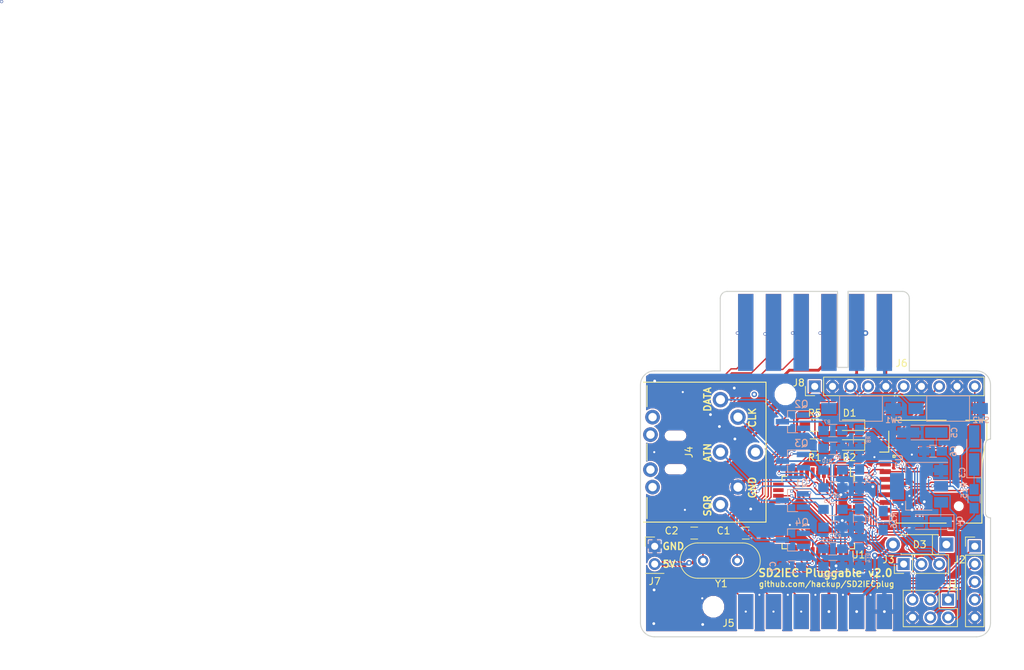
<source format=kicad_pcb>
(kicad_pcb (version 20171130) (host pcbnew "(5.0.0)")
  (title_block (title "SD2IEC Pluggable") (date 2018-09-12) (rev 2.0) (company www.hackup.net))
  (layers (0 F.Cu signal) (31 B.Cu signal) (34 B.Paste user) (35 F.Paste user) (36 B.SilkS user) (37 F.SilkS user) (38 B.Mask user) (39 F.Mask user) (44 Edge.Cuts user))
  (net 0 "")
  (net 1 "Net-(C1-Pad2)")
  (net 2 "Net-(C2-Pad2)")
  (net 3 "Net-(C3-Pad1)")
  (net 4 "Net-(C4-Pad1)")
  (net 5 +3V3)
  (net 6 MISO)
  (net 7 SCK)
  (net 8 MOSI)
  (net 9 "Net-(J1-Pad5)")
  (net 10 IEC_CLK)
  (net 11 IEC_SQR)
  (net 12 IEC_ATN)
  (net 13 IEC_DATA)
  (net 14 "Net-(Q1-Pad1)")
  (net 15 "Net-(Q1-Pad2)")
  (net 16 "Net-(Q2-Pad1)")
  (net 17 "Net-(Q2-Pad2)")
  (net 18 "Net-(Q3-Pad1)")
  (net 19 "Net-(Q3-Pad2)")
  (net 20 "Net-(Q4-Pad1)")
  (net 21 "Net-(Q4-Pad2)")
  (net 22 "Net-(R7-Pad2)")
  (net 23 "Net-(R10-Pad2)")
  (net 24 "Net-(R13-Pad2)")
  (net 25 Cas-GND)
  (net 26 Cas-5V)
  (net 27 Cas-Motor)
  (net 28 Cas-Read)
  (net 29 Cas-Write)
  (net 30 Cas-Sense)
  (net 31 /LED2)
  (net 32 /LED1)
  (net 33 "Net-(J2-Pad1)")
  (net 34 "Net-(J2-Pad2)")
  (net 35 "Net-(J2-Pad3)")
  (net 36 "Net-(J2-Pad4)")
  (net 37 /DISKSWITCH)
  (net 38 /RESERVE)
  (net 39 /IEC_8-9)
  (net 40 /IEC_10-11)
  (net 41 "Net-(R1-Pad2)")
  (net 42 "Net-(R5-Pad2)")
  (net 43 "Net-(C3-Pad2)")
  (net 44 "Net-(U1-Pad11)")
  (net 45 "Net-(U1-Pad44)")
  (net 46 "Net-(J3-Pad1)")
  (net 47 "Net-(J3-Pad2)")
  (net 48 "Net-(J3-Pad3)")
  (net 49 "Net-(R16-Pad1)")
  (net 50 "Net-(R16-Pad2)")
  (module hackup:C64-Cassette-Port-Male (layer F.Cu) (at 116.4 53.354)
    (fp_text reference J6 (at 12.9 -1.1) (layer F.SilkS))
    (fp_text value C64-CassettePort)
    (pad F smd rect (at -9.36 -5.5) (size 2.2 11) (layers B.Cu B.Mask) (net 30 Cas-Sense))
    (pad E smd rect (at -5.4 -5.5) (size 2.2 11) (layers B.Cu B.Mask) (net 29 Cas-Write))
    (pad D smd rect (at -1.44 -5.5) (size 2.2 11) (layers B.Cu B.Mask) (net 28 Cas-Read))
    (pad C smd rect (at 2.52 -5.5) (size 2.2 11) (layers B.Cu B.Mask) (net 27 Cas-Motor))
    (pad B smd rect (at 6.48 -5.5) (size 2.2 11) (layers B.Cu B.Mask) (net 26 Cas-5V))
    (pad A smd rect (at 10.44 -5.5) (size 2.2 11) (layers B.Cu B.Mask) (net 25 Cas-GND))
    (pad 6 smd rect (at -9.36 -5.75) (size 2.2 10.5) (layers F.Cu F.Mask) (net 30 Cas-Sense))
    (pad 5 smd rect (at -5.4 -5.75) (size 2.2 10.5) (layers F.Cu F.Mask) (net 29 Cas-Write))
    (pad 4 smd rect (at -1.44 -5.75) (size 2.2 10.5) (layers F.Cu F.Mask) (net 28 Cas-Read))
    (pad 3 smd rect (at 2.52 -5.75) (size 2.2 10.5) (layers F.Cu F.Mask) (net 27 Cas-Motor))
    (pad 2 smd rect (at 6.48 -5.75) (size 2.2 10.5) (layers F.Cu F.Mask) (net 26 Cas-5V))
    (pad 1 smd rect (at 10.44 -5.75) (size 2.2 10.5) (layers F.Cu F.Mask) (net 25 Cas-GND))
  )
  (module DIN-Connectors:DIN-6-Variable (layer F.Cu) (at 103.43 64.96 90)
    (fp_text reference J4 (at 0 -4.5 270) (layer F.SilkS))
    (fp_text value IEC)
    (pad 6 thru_hole circle (at 0 5 90) (size 2.2 2.2) (drill 1.3) (layers *.Cu *.Mask) (clearance 0.3))
    (pad 2 thru_hole circle (at -5 2.5 90) (size 2.2 2.2) (drill 1.3) (layers *.Cu *.Mask) (net 25 Cas-GND) (clearance 0.3))
    (pad 4 thru_hole circle (at 5 2.5 90) (size 2.2 2.2) (drill 1.3) (layers *.Cu *.Mask) (net 10 IEC_CLK) (clearance 0.3))
    (pad 1 thru_hole circle (at -7.5 0 90) (size 2.2 2.2) (drill 1.3) (layers *.Cu *.Mask) (net 11 IEC_SQR) (clearance 0.3))
    (pad 3 thru_hole circle (at 0 0 90) (size 2.2 2.2) (drill 1.3) (layers *.Cu *.Mask) (net 12 IEC_ATN) (clearance 0.3))
    (pad 5 thru_hole circle (at 7.5 0 90) (size 2.2 2.2) (drill 1.3) (layers *.Cu *.Mask) (net 13 IEC_DATA) (clearance 0.3))
    (pad "" thru_hole circle (at 5 -9.7 90) (size 2.1 2.1) (drill 1.2) (layers *.Cu *.Mask))
    (pad "" thru_hole circle (at -5 -9.7 90) (size 2.1 2.1) (drill 1.2) (layers *.Cu *.Mask))
    (pad "" thru_hole circle (at 2.5 -10 90) (size 2.1 2.1) (drill 1.2) (layers *.Cu *.Mask))
    (pad "" thru_hole circle (at -2.5 -10 90) (size 2.1 2.1) (drill 1.2) (layers *.Cu *.Mask))
  )
  (module DIN-Connectors:ZipTie_2.7mm (layer F.Cu) (at 97 62.6)
    (fp_text reference MH1 hide)
    (fp_text value ZipTie hide)
    (pad "" np_thru_hole oval (at 0 0) (size 2.7 1.1) (drill oval 2.7 1.1) (layers *.Cu *.Mask))
  )
  (module DIN-Connectors:ZipTie_2.7mm (layer F.Cu) (at 97 67.4)
    (fp_text reference MH2 hide)
    (fp_text value ZipTie hide)
    (pad "" np_thru_hole oval (at 0 0) (size 2.7 1.1) (drill oval 2.7 1.1) (layers *.Cu *.Mask))
  )
  (module Pin_Headers:Pin_Header_Straight_1x03_Pitch2.54mm (layer F.Cu) (at 129.592 80.962 90)
    (fp_text reference J3 (at 0.635 -2.159 180) (layer F.SilkS))
    (fp_text value Aux)
    (pad 1 thru_hole rect (at 0 0 90) (size 1.7 1.7) (drill 1) (layers *.Cu *.Mask) (net 46 "Net-(J3-Pad1)"))
    (pad 2 thru_hole oval (at 0 2.54 90) (size 1.7 1.7) (drill 1) (layers *.Cu *.Mask) (net 47 "Net-(J3-Pad2)"))
    (pad 3 thru_hole oval (at 0 5.08 90) (size 1.7 1.7) (drill 1) (layers *.Cu *.Mask) (net 48 "Net-(J3-Pad3)"))
  )
  (module Logo:bigby2 (layer F.Cu) (at 96.445 87.312)
    (fp_text reference G*** hide)
    (fp_text value LOGO hide)
    (fp_poly (pts (xy -0.011485 -1.728467) (xy 0.113732 -1.717124) (xy 0.194843 -1.687923) (xy 0.241542 -1.632439) (xy 0.263521 -1.542246) (xy 0.270474 -1.408921) (xy 0.271308 -1.328994) (xy 0.273257 -1.04049) (xy 0.168379 -0.956808) (xy 0.105032 -0.892095) (xy 0.067481 -0.826879) (xy 0.062385 -0.77734) (xy 0.087312 -0.759744) (xy 0.127711 -0.756134) (xy 0.215607 -0.74839) (xy 0.335236 -0.737898) (xy 0.394892 -0.732679) (xy 0.531508 -0.719487) (xy 0.621502 -0.704831) (xy 0.681588 -0.682684) (xy 0.728481 -0.647018) (xy 0.775892 -0.595287) (xy 0.854874 -0.518356) (xy 0.944952 -0.451548) (xy 1.029404 -0.405121) (xy 1.09151 -0.389332) (xy 1.105316 -0.393209) (xy 1.115338 -0.429014) (xy 1.124376 -0.514977) (xy 1.131371 -0.637757) (xy 1.13502 -0.76718) (xy 1.139106 -0.928835) (xy 1.146403 -1.038611) (xy 1.158673 -1.108111) (xy 1.177674 -1.14894) (xy 1.195579 -1.166425) (xy 1.29101 -1.202114) (xy 1.400648 -1.196807) (xy 1.475118 -1.16372) (xy 1.488952 -1.150785) (xy 1.500416 -1.130319) (xy 1.509731 -1.096728) (xy 1.517116 -1.04442) (xy 1.522788 -0.9678) (xy 1.526969 -0.861275) (xy 1.529876 -0.71925) (xy 1.531729 -0.536133) (xy 1.532746 -0.306329) (xy 1.533148 -0.024245) (xy 1.533153 0.315712) (xy 1.533153 0.317844) (xy 1.532922 0.658253) (xy 1.532326 0.940751) (xy 1.531144 1.170927) (xy 1.529156 1.354371) (xy 1.52614 1.496672) (xy 1.521875 1.603419) (xy 1.516141 1.680201) (xy 1.508718 1.732606) (xy 1.499384 1.766226) (xy 1.487919 1.786647) (xy 1.474647 1.799064) (xy 1.376472 1.836684) (xy 1.265456 1.831892) (xy 1.193094 1.799607) (xy 1.175112 1.781995) (xy 1.1613 1.753588) (xy 1.151101 1.706603) (xy 1.14396 1.633257) (xy 1.139323 1.525767) (xy 1.136633 1.37635) (xy 1.135335 1.177223) (xy 1.134934 0.984675) (xy 1.134065 0.211637) (xy 0.979782 0.062148) (xy 0.901816 -0.017658) (xy 0.846345 -0.082572) (xy 0.825499 -0.118224) (xy 0.799146 -0.148761) (xy 0.732681 -0.189721) (xy 0.696557 -0.207251) (xy 0.613805 -0.241662) (xy 0.55975 -0.248672) (xy 0.505771 -0.22821) (xy 0.468235 -0.206692) (xy 0.396192 -0.15478) (xy 0.300546 -0.073678) (xy 0.201272 0.019618) (xy 0.19561 0.025259) (xy 0.022365 0.198504) (xy 0.14612 0.3024) (xy 0.221538 0.372494) (xy 0.258266 0.434497) (xy 0.270015 0.516179) (xy 0.270766 0.55481) (xy 0.276486 0.647599) (xy 0.301118 0.711947) (xy 0.35795 0.773886) (xy 0.401734 0.811372) (xy 0.531811 0.919421) (xy 0.518782 1.176497) (xy 0.505754 1.433573) (xy 0.798146 1.702035) (xy 0.735253 1.779705) (xy 0.694397 1.821324) (xy 0.644378 1.844797) (xy 0.566817 1.855141) (xy 0.450638 1.857375) (xy 0.297496 1.851301) (xy 0.197085 1.826154) (xy 0.139611 1.771549) (xy 0.11528 1.6771) (xy 0.114298 1.532418) (xy 0.115741 1.502222) (xy 0.117859 1.346848) (xy 0.100457 1.238092) (xy 0.056678 1.160347) (xy -0.020335 1.098007) (xy -0.075669 1.066562) (xy -0.152049 1.029637) (xy -0.205195 1.023113) (xy -0.267621 1.046992) (xy -0.305332 1.066562) (xy -0.402294 1.127059) (xy -0.462465 1.194861) (xy -0.492699 1.285576) (xy -0.499855 1.414809) (xy -0.496742 1.502222) (xy -0.492373 1.63025) (xy -0.497412 1.711576) (xy -0.514532 1.762642) (xy -0.544891 1.798527) (xy -0.615745 1.832954) (xy -0.725524 1.856221) (xy -0.850294 1.866168) (xy -0.966123 1.860635) (xy -1.037737 1.842993) (xy -1.107556 1.793603) (xy -1.139614 1.752578) (xy -1.150671 1.711431) (xy -1.131349 1.666613) (xy -1.0735 1.604152) (xy -1.029397 1.563569) (xy -0.886666 1.435314) (xy -0.899789 1.176378) (xy -0.912912 0.917443) (xy -0.793004 0.821082) (xy -0.704937 0.7312) (xy -0.659639 0.643046) (xy -0.661706 0.568683) (xy -0.685037 0.537748) (xy -0.742867 0.520353) (xy -0.789634 0.537546) (xy -0.90009 0.569107) (xy -1.015232 0.559689) (xy -1.107263 0.511844) (xy -1.11125 0.508) (xy -1.157841 0.451438) (xy -1.17475 0.413565) (xy -1.200203 0.379535) (xy -1.262383 0.337448) (xy -1.271377 0.332663) (xy -1.350006 0.274409) (xy -1.403716 0.204314) (xy -1.403829 0.204068) (xy -1.454851 0.13485) (xy -1.533039 0.068093) (xy -1.545327 0.06013) (xy -1.613576 0.004066) (xy -1.649417 -0.052464) (xy -1.651 -0.0635) (xy -1.649159 -0.067395) (xy -1.237666 -0.067395) (xy -1.21517 -0.004673) (xy -1.141624 0.048336) (xy -1.062668 0.107176) (xy -1.008449 0.17852) (xy -1.008424 0.178574) (xy -0.954971 0.24511) (xy -0.867178 0.312438) (xy -0.771491 0.362989) (xy -0.705807 0.379596) (xy -0.656443 0.364494) (xy -0.578184 0.324688) (xy -0.53912 0.301226) (xy -0.464733 0.251149) (xy -0.419317 0.214564) (xy -0.41275 0.205286) (xy -0.43488 0.171195) (xy -0.492715 0.108258) (xy -0.57342 0.028572) (xy -0.664165 -0.055766) (xy -0.752115 -0.132658) (xy -0.824438 -0.190008) (xy -0.850696 -0.207554) (xy -0.913247 -0.241447) (xy -0.961408 -0.250082) (xy -1.020442 -0.232418) (xy -1.094894 -0.197474) (xy -1.197469 -0.132211) (xy -1.237666 -0.067395) (xy -1.649159 -0.067395) (xy -1.625844 -0.116715) (xy -1.563551 -0.174994) (xy -1.545327 -0.187131) (xy -1.465273 -0.251521) (xy -1.407673 -0.323668) (xy -1.40292 -0.333063) (xy -1.349062 -0.406423) (xy -1.293916 -0.446614) (xy -1.227193 -0.497303) (xy -1.167951 -0.573103) (xy -1.167761 -0.573433) (xy -1.09407 -0.659684) (xy -0.986869 -0.710192) (xy -0.834991 -0.729664) (xy -0.795652 -0.730251) (xy -0.620132 -0.738307) (xy -0.505713 -0.762691) (xy -0.452045 -0.803723) (xy -0.458779 -0.861724) (xy -0.525567 -0.937016) (xy -0.54938 -0.956808) (xy -0.654258 -1.04049) (xy -0.652309 -1.328994) (xy -0.649069 -1.485493) (xy -0.635357 -1.594901) (xy -0.601479 -1.665643) (xy -0.537743 -1.706143) (xy -0.434455 -1.724827) (xy -0.281922 -1.730119) (xy -0.1905 -1.730375) (xy -0.011485 -1.728467)) (layer F.Cu) (width 0.01))
  )
  (module Pin_Headers:Pin_Header_Straight_1x02_Pitch2.54mm (layer F.Cu) (at 94.032 78.422)
    (fp_text reference J7 (at 0 5.0165) (layer F.SilkS))
    (fp_text value Power)
    (pad 1 thru_hole rect (at 0 0) (size 1.7 1.7) (drill 1) (layers *.Cu *.Mask) (net 25 Cas-GND))
    (pad 2 thru_hole oval (at 0 2.54) (size 1.7 1.7) (drill 1) (layers *.Cu *.Mask) (net 26 Cas-5V))
  )
  (module TO_SOT_Packages_SMD:SOT-223-3_TabPin2 (layer B.Cu) (at 131.79 69.838 180)
    (fp_text reference U2 (at 2.833 3.608 270) (layer B.SilkS) (effects (justify mirror)))
    (fp_text value LM1117-3.3)
    (pad 1 smd rect (at -3.15 2.3 180) (size 2 1.5) (layers B.Cu B.Paste B.Mask) (net 25 Cas-GND))
    (pad 3 smd rect (at -3.15 -2.3 180) (size 2 1.5) (layers B.Cu B.Paste B.Mask) (net 4 "Net-(C4-Pad1)"))
    (pad 2 smd rect (at -3.15 0 180) (size 2 1.5) (layers B.Cu B.Paste B.Mask) (net 5 +3V3))
    (pad 2 smd rect (at 3.15 0 180) (size 2 3.8) (layers B.Cu B.Paste B.Mask) (net 5 +3V3))
  )
  (module Crystals:Crystal_HC49-4H_Vertical (layer F.Cu) (at 100.95 80.465)
    (fp_text reference Y1 (at 2.607 3.291) (layer F.SilkS))
    (fp_text value 8MHz)
    (pad 1 thru_hole circle (at 0 0) (size 1.5 1.5) (drill 0.8) (layers *.Cu *.Mask) (net 2 "Net-(C2-Pad2)"))
    (pad 2 thru_hole circle (at 4.88 0) (size 1.5 1.5) (drill 0.8) (layers *.Cu *.Mask) (net 1 "Net-(C1-Pad2)"))
  )
  (module Diodes_THT:D_DO-41_SOD81_P7.62mm_Horizontal (layer F.Cu) (at 135.688 78.168 180)
    (fp_text reference D3 (at 3.81 0 180) (layer F.SilkS))
    (fp_text value 1N5817)
    (pad 1 thru_hole rect (at 0 0 180) (size 2 2) (drill 1.1) (layers *.Cu *.Mask) (net 4 "Net-(C4-Pad1)"))
    (pad 2 thru_hole oval (at 7.62 0 180) (size 2 2) (drill 1.1) (layers *.Cu *.Mask) (net 26 Cas-5V))
  )
  (module hackup:C64-Cassette-Port-Female (layer F.Cu) (at 116.4 90.254)
    (fp_text reference J5 (at -11.827 -0.8465) (layer F.SilkS))
    (fp_text value C64-CassettePort)
    (pad 1 smd rect (at 10.44 -2.5) (size 2.2 5) (layers F.Cu F.Paste F.Mask) (net 25 Cas-GND))
    (pad 2 smd rect (at 6.48 -2.5) (size 2.2 5) (layers F.Cu F.Paste F.Mask) (net 26 Cas-5V))
    (pad 3 smd rect (at 2.52 -2.5) (size 2.2 5) (layers F.Cu F.Paste F.Mask) (net 27 Cas-Motor))
    (pad 4 smd rect (at -1.44 -2.5) (size 2.2 5) (layers F.Cu F.Paste F.Mask) (net 28 Cas-Read))
    (pad 5 smd rect (at -5.4 -2.5) (size 2.2 5) (layers F.Cu F.Paste F.Mask) (net 29 Cas-Write))
    (pad 6 smd rect (at -9.36 -2.5) (size 2.2 5) (layers F.Cu F.Paste F.Mask) (net 30 Cas-Sense))
    (pad A smd rect (at 10.44 -2.5) (size 2.2 5) (layers B.Cu B.Paste B.Mask) (net 25 Cas-GND))
    (pad B smd rect (at 6.48 -2.5) (size 2.2 5) (layers B.Cu B.Paste B.Mask) (net 26 Cas-5V))
    (pad C smd rect (at 2.52 -2.5) (size 2.2 5) (layers B.Cu B.Paste B.Mask) (net 27 Cas-Motor))
    (pad D smd rect (at -1.44 -2.5) (size 2.2 5) (layers B.Cu B.Paste B.Mask) (net 28 Cas-Read))
    (pad E smd rect (at -5.4 -2.5) (size 2.2 5) (layers B.Cu B.Paste B.Mask) (net 29 Cas-Write))
    (pad F smd rect (at -9.36 -2.5) (size 2.2 5) (layers B.Cu B.Paste B.Mask) (net 30 Cas-Sense))
  )
  (module Housings_QFP:TQFP-44_10x10mm_Pitch0.8mm (layer F.Cu) (at 117.4 73.596 270)
    (fp_text reference U1 (at 6.0325 -5.715) (layer F.SilkS))
    (fp_text value ATMEGA644-20AU)
    (pad 1 smd rect (at -5.7 -4 270) (size 1.5 0.55) (layers F.Cu F.Paste F.Mask) (net 8 MOSI))
    (pad 2 smd rect (at -5.7 -3.2 270) (size 1.5 0.55) (layers F.Cu F.Paste F.Mask) (net 6 MISO))
    (pad 3 smd rect (at -5.7 -2.4 270) (size 1.5 0.55) (layers F.Cu F.Paste F.Mask) (net 7 SCK))
    (pad 4 smd rect (at -5.7 -1.6 270) (size 1.5 0.55) (layers F.Cu F.Paste F.Mask) (net 9 "Net-(J1-Pad5)"))
    (pad 5 smd rect (at -5.7 -0.8 270) (size 1.5 0.55) (layers F.Cu F.Paste F.Mask) (net 5 +3V3))
    (pad 6 smd rect (at -5.7 0 270) (size 1.5 0.55) (layers F.Cu F.Paste F.Mask) (net 25 Cas-GND))
    (pad 7 smd rect (at -5.7 0.8 270) (size 1.5 0.55) (layers F.Cu F.Paste F.Mask) (net 1 "Net-(C1-Pad2)"))
    (pad 8 smd rect (at -5.7 1.6 270) (size 1.5 0.55) (layers F.Cu F.Paste F.Mask) (net 2 "Net-(C2-Pad2)"))
    (pad 9 smd rect (at -5.7 2.4 270) (size 1.5 0.55) (layers F.Cu F.Paste F.Mask))
    (pad 10 smd rect (at -5.7 3.2 270) (size 1.5 0.55) (layers F.Cu F.Paste F.Mask))
    (pad 11 smd rect (at -5.7 4 270) (size 1.5 0.55) (layers F.Cu F.Paste F.Mask) (net 44 "Net-(U1-Pad11)"))
    (pad 12 smd rect (at -4 5.7) (size 1.5 0.55) (layers F.Cu F.Paste F.Mask))
    (pad 13 smd rect (at -3.2 5.7) (size 1.5 0.55) (layers F.Cu F.Paste F.Mask))
    (pad 14 smd rect (at -2.4 5.7) (size 1.5 0.55) (layers F.Cu F.Paste F.Mask) (net 40 /IEC_10-11))
    (pad 15 smd rect (at -1.6 5.7) (size 1.5 0.55) (layers F.Cu F.Paste F.Mask) (net 25 Cas-GND))
    (pad 16 smd rect (at -0.8 5.7) (size 1.5 0.55) (layers F.Cu F.Paste F.Mask) (net 39 /IEC_8-9))
    (pad 17 smd rect (at 0 5.7) (size 1.5 0.55) (layers F.Cu F.Paste F.Mask) (net 5 +3V3))
    (pad 18 smd rect (at 0.8 5.7) (size 1.5 0.55) (layers F.Cu F.Paste F.Mask) (net 25 Cas-GND))
    (pad 19 smd rect (at 1.6 5.7) (size 1.5 0.55) (layers F.Cu F.Paste F.Mask) (net 41 "Net-(R1-Pad2)"))
    (pad 20 smd rect (at 2.4 5.7) (size 1.5 0.55) (layers F.Cu F.Paste F.Mask) (net 42 "Net-(R5-Pad2)"))
    (pad 21 smd rect (at 3.2 5.7) (size 1.5 0.55) (layers F.Cu F.Paste F.Mask) (net 38 /RESERVE))
    (pad 22 smd rect (at 4 5.7) (size 1.5 0.55) (layers F.Cu F.Paste F.Mask) (net 37 /DISKSWITCH))
    (pad 23 smd rect (at 5.7 4 270) (size 1.5 0.55) (layers F.Cu F.Paste F.Mask) (net 36 "Net-(J2-Pad4)"))
    (pad 24 smd rect (at 5.7 3.2 270) (size 1.5 0.55) (layers F.Cu F.Paste F.Mask) (net 35 "Net-(J2-Pad3)"))
    (pad 25 smd rect (at 5.7 2.4 270) (size 1.5 0.55) (layers F.Cu F.Paste F.Mask) (net 34 "Net-(J2-Pad2)"))
    (pad 26 smd rect (at 5.7 1.6 270) (size 1.5 0.55) (layers F.Cu F.Paste F.Mask) (net 33 "Net-(J2-Pad1)"))
    (pad 27 smd rect (at 5.7 0.8 270) (size 1.5 0.55) (layers F.Cu F.Paste F.Mask) (net 5 +3V3))
    (pad 28 smd rect (at 5.7 0 270) (size 1.5 0.55) (layers F.Cu F.Paste F.Mask) (net 25 Cas-GND))
    (pad 29 smd rect (at 5.7 -0.8 270) (size 1.5 0.55) (layers F.Cu F.Paste F.Mask))
    (pad 30 smd rect (at 5.7 -1.6 270) (size 1.5 0.55) (layers F.Cu F.Paste F.Mask) (net 20 "Net-(Q4-Pad1)"))
    (pad 31 smd rect (at 5.7 -2.4 270) (size 1.5 0.55) (layers F.Cu F.Paste F.Mask) (net 18 "Net-(Q3-Pad1)"))
    (pad 32 smd rect (at 5.7 -3.2 270) (size 1.5 0.55) (layers F.Cu F.Paste F.Mask) (net 16 "Net-(Q2-Pad1)"))
    (pad 33 smd rect (at 5.7 -4 270) (size 1.5 0.55) (layers F.Cu F.Paste F.Mask) (net 14 "Net-(Q1-Pad1)"))
    (pad 34 smd rect (at 4 -5.7) (size 1.5 0.55) (layers F.Cu F.Paste F.Mask) (net 24 "Net-(R13-Pad2)"))
    (pad 35 smd rect (at 3.2 -5.7) (size 1.5 0.55) (layers F.Cu F.Paste F.Mask) (net 23 "Net-(R10-Pad2)"))
    (pad 36 smd rect (at 2.4 -5.7) (size 1.5 0.55) (layers F.Cu F.Paste F.Mask) (net 22 "Net-(R7-Pad2)"))
    (pad 37 smd rect (at 1.6 -5.7) (size 1.5 0.55) (layers F.Cu F.Paste F.Mask) (net 49 "Net-(R16-Pad1)"))
    (pad 38 smd rect (at 0.8 -5.7) (size 1.5 0.55) (layers F.Cu F.Paste F.Mask) (net 5 +3V3))
    (pad 39 smd rect (at 0 -5.7) (size 1.5 0.55) (layers F.Cu F.Paste F.Mask) (net 25 Cas-GND))
    (pad 40 smd rect (at -0.8 -5.7) (size 1.5 0.55) (layers F.Cu F.Paste F.Mask) (net 46 "Net-(J3-Pad1)"))
    (pad 41 smd rect (at -1.6 -5.7) (size 1.5 0.55) (layers F.Cu F.Paste F.Mask) (net 47 "Net-(J3-Pad2)"))
    (pad 42 smd rect (at -2.4 -5.7) (size 1.5 0.55) (layers F.Cu F.Paste F.Mask) (net 50 "Net-(R16-Pad2)"))
    (pad 43 smd rect (at -3.2 -5.7) (size 1.5 0.55) (layers F.Cu F.Paste F.Mask) (net 48 "Net-(J3-Pad3)"))
    (pad 44 smd rect (at -4 -5.7) (size 1.5 0.55) (layers F.Cu F.Paste F.Mask) (net 45 "Net-(U1-Pad44)"))
  )
  (module TO_SOT_Packages_SMD:SOT-23_Handsoldering (layer B.Cu) (at 113.77 77.51 180)
    (fp_text reference Q4 (at -1.2805 2.517 180) (layer B.SilkS) (effects (justify mirror)))
    (fp_text value IRLML2803)
    (pad 3 smd rect (at 1.5 0 180) (size 1.9 0.8) (layers B.Cu B.Paste B.Mask) (net 11 IEC_SQR))
    (pad 2 smd rect (at -1.5 -0.95 180) (size 1.9 0.8) (layers B.Cu B.Paste B.Mask) (net 21 "Net-(Q4-Pad2)"))
    (pad 1 smd rect (at -1.5 0.95 180) (size 1.9 0.8) (layers B.Cu B.Paste B.Mask) (net 20 "Net-(Q4-Pad1)"))
  )
  (module Resistors_SMD:R_0805_HandSoldering (layer B.Cu) (at 119.485 81.32)
    (fp_text reference R12 (at -0.815 1.293) (layer B.SilkS) (effects (font (size 0.5 0.5) (thickness 0.08)) (justify mirror)))
    (fp_text value 18)
    (pad 2 smd rect (at 1.35 0) (size 1.5 1.3) (layers B.Cu B.Paste B.Mask) (net 25 Cas-GND))
    (pad 1 smd rect (at -1.35 0) (size 1.5 1.3) (layers B.Cu B.Paste B.Mask) (net 21 "Net-(Q4-Pad2)"))
  )
  (module Resistors_SMD:R_0805_HandSoldering (layer B.Cu) (at 119.485 78.78)
    (fp_text reference R13 (at -0.815 -1.247) (layer B.SilkS) (effects (font (size 0.5 0.5) (thickness 0.08)) (justify mirror)))
    (fp_text value 10k)
    (pad 2 smd rect (at 1.35 0) (size 1.5 1.3) (layers B.Cu B.Paste B.Mask) (net 24 "Net-(R13-Pad2)"))
    (pad 1 smd rect (at -1.35 0) (size 1.5 1.3) (layers B.Cu B.Paste B.Mask) (net 11 IEC_SQR))
  )
  (module Resistors_SMD:R_0805_HandSoldering (layer B.Cu) (at 123.295 80.05 270)
    (fp_text reference R14 (at -0.002 -1.341 270) (layer B.SilkS) (effects (font (size 0.5 0.5) (thickness 0.08)) (justify mirror)))
    (fp_text value 22k)
    (pad 2 smd rect (at 1.35 0 270) (size 1.5 1.3) (layers B.Cu B.Paste B.Mask) (net 25 Cas-GND))
    (pad 1 smd rect (at -1.35 0 270) (size 1.5 1.3) (layers B.Cu B.Paste B.Mask) (net 24 "Net-(R13-Pad2)"))
  )
  (module Capacitors_SMD:C_0805_HandSoldering (layer F.Cu) (at 107.046 76.528 180)
    (fp_text reference C1 (at 3.1715 0.3285 180) (layer F.SilkS))
    (fp_text value 56p)
    (pad 1 smd rect (at -1.25 0 180) (size 1.5 1.25) (layers F.Cu F.Paste F.Mask) (net 25 Cas-GND))
    (pad 2 smd rect (at 1.25 0 180) (size 1.5 1.25) (layers F.Cu F.Paste F.Mask) (net 1 "Net-(C1-Pad2)"))
  )
  (module Capacitors_SMD:C_0805_HandSoldering (layer F.Cu) (at 99.68 76.528)
    (fp_text reference C2 (at -3.235 -0.3285) (layer F.SilkS))
    (fp_text value 56p)
    (pad 1 smd rect (at -1.25 0) (size 1.5 1.25) (layers F.Cu F.Paste F.Mask) (net 25 Cas-GND))
    (pad 2 smd rect (at 1.25 0) (size 1.5 1.25) (layers F.Cu F.Paste F.Mask) (net 2 "Net-(C2-Pad2)"))
  )
  (module Capacitors_Tantalum_SMD:CP_Tantalum_Case-S_EIA-3216-12_Hand (layer B.Cu) (at 139.655 64.723 90)
    (fp_text reference C3 (at -3.158 -1.681 90) (layer B.SilkS) (effects (font (size 0.8 0.8)) (justify mirror)))
    (fp_text value 10µ)
    (pad 2 smd rect (at 2 0 90) (size 3.2 1.5) (layers B.Cu B.Paste B.Mask) (net 43 "Net-(C3-Pad2)"))
    (pad 1 smd rect (at -2 0 90) (size 3.2 1.5) (layers B.Cu B.Paste B.Mask) (net 3 "Net-(C3-Pad1)"))
  )
  (module Capacitors_Tantalum_SMD:CP_Tantalum_Case-S_EIA-3216-12_Hand (layer B.Cu) (at 132.8813 74.9549 180)
    (fp_text reference C4 (at -4.7117 0.091 270) (layer B.SilkS) (effects (font (size 0.8 0.8)) (justify mirror)))
    (fp_text value 10µ)
    (pad 2 smd rect (at 2 0 180) (size 3.2 1.5) (layers B.Cu B.Paste B.Mask) (net 25 Cas-GND))
    (pad 1 smd rect (at -2 0 180) (size 3.2 1.5) (layers B.Cu B.Paste B.Mask) (net 4 "Net-(C4-Pad1)"))
  )
  (module Capacitors_Tantalum_SMD:CP_Tantalum_Case-S_EIA-3216-12_Hand (layer B.Cu) (at 132.259 62.166 180)
    (fp_text reference C5 (at -4.572 0 270) (layer B.SilkS) (effects (font (size 0.8 0.8)) (justify mirror)))
    (fp_text value 10µ)
    (pad 2 smd rect (at 2 0 180) (size 3.2 1.5) (layers B.Cu B.Paste B.Mask) (net 25 Cas-GND))
    (pad 1 smd rect (at -2 0 180) (size 3.2 1.5) (layers B.Cu B.Paste B.Mask) (net 5 +3V3))
  )
  (module Capacitors_SMD:C_0805_HandSoldering (layer B.Cu) (at 133.79 64.838 180)
    (fp_text reference C6 (at -2.914 0.005 270) (layer B.SilkS) (effects (font (size 0.8 0.8)) (justify mirror)))
    (fp_text value 100n)
    (pad 2 smd rect (at 1.25 0 180) (size 1.5 1.25) (layers B.Cu B.Paste B.Mask) (net 25 Cas-GND))
    (pad 1 smd rect (at -1.25 0 180) (size 1.5 1.25) (layers B.Cu B.Paste B.Mask) (net 5 +3V3))
  )
  (module LEDs:LED_0805_HandSoldering (layer F.Cu) (at 121.828 63.946 180)
    (fp_text reference D1 (at -0.05 4.574 180) (layer F.SilkS))
    (fp_text value green)
    (pad 1 smd rect (at -1.35 0 180) (size 1.5 1.3) (layers F.Cu F.Paste F.Mask) (net 25 Cas-GND))
    (pad 2 smd rect (at 1.35 0 180) (size 1.5 1.3) (layers F.Cu F.Paste F.Mask) (net 31 /LED2))
  )
  (module LEDs:LED_0805_HandSoldering (layer F.Cu) (at 121.828 61.112 180)
    (fp_text reference D2 (at 0 -4.61 180) (layer F.SilkS))
    (fp_text value red)
    (pad 1 smd rect (at -1.35 0 180) (size 1.5 1.3) (layers F.Cu F.Paste F.Mask) (net 25 Cas-GND))
    (pad 2 smd rect (at 1.35 0 180) (size 1.5 1.3) (layers F.Cu F.Paste F.Mask) (net 32 /LED1))
  )
  (module Pin_Headers:Pin_Header_Straight_2x03_Pitch2.54mm (layer F.Cu) (at 135.942 86.042 270)
    (fp_text reference J1 (at -2.159 -0.635) (layer F.SilkS))
    (fp_text value ISP)
    (pad 1 thru_hole rect (at 0 0 270) (size 1.7 1.7) (drill 1) (layers *.Cu *.Mask) (net 6 MISO))
    (pad 2 thru_hole oval (at 2.54 0 270) (size 1.7 1.7) (drill 1) (layers *.Cu *.Mask) (net 5 +3V3))
    (pad 3 thru_hole oval (at 0 2.54 270) (size 1.7 1.7) (drill 1) (layers *.Cu *.Mask) (net 7 SCK))
    (pad 4 thru_hole oval (at 2.54 2.54 270) (size 1.7 1.7) (drill 1) (layers *.Cu *.Mask) (net 8 MOSI))
    (pad 5 thru_hole oval (at 0 5.08 270) (size 1.7 1.7) (drill 1) (layers *.Cu *.Mask) (net 9 "Net-(J1-Pad5)"))
    (pad 6 thru_hole oval (at 2.54 5.08 270) (size 1.7 1.7) (drill 1) (layers *.Cu *.Mask) (net 25 Cas-GND))
  )
  (module TO_SOT_Packages_SMD:SOT-23_Handsoldering (layer B.Cu) (at 113.77 71.876 180)
    (fp_text reference Q1 (at -1.217 2.471 180) (layer B.SilkS) (effects (justify mirror)))
    (fp_text value IRLML2803)
    (pad 3 smd rect (at 1.5 0 180) (size 1.9 0.8) (layers B.Cu B.Paste B.Mask) (net 12 IEC_ATN))
    (pad 2 smd rect (at -1.5 -0.95 180) (size 1.9 0.8) (layers B.Cu B.Paste B.Mask) (net 15 "Net-(Q1-Pad2)"))
    (pad 1 smd rect (at -1.5 0.95 180) (size 1.9 0.8) (layers B.Cu B.Paste B.Mask) (net 14 "Net-(Q1-Pad1)"))
  )
  (module TO_SOT_Packages_SMD:SOT-23_Handsoldering (layer B.Cu) (at 113.77 60.608 180)
    (fp_text reference Q2 (at -1.217 2.506 180) (layer B.SilkS) (effects (justify mirror)))
    (fp_text value IRLML2803)
    (pad 3 smd rect (at 1.5 0 180) (size 1.9 0.8) (layers B.Cu B.Paste B.Mask) (net 13 IEC_DATA))
    (pad 2 smd rect (at -1.5 -0.95 180) (size 1.9 0.8) (layers B.Cu B.Paste B.Mask) (net 17 "Net-(Q2-Pad2)"))
    (pad 1 smd rect (at -1.5 0.95 180) (size 1.9 0.8) (layers B.Cu B.Paste B.Mask) (net 16 "Net-(Q2-Pad1)"))
  )
  (module TO_SOT_Packages_SMD:SOT-23_Handsoldering (layer B.Cu) (at 113.77 66.242 180)
    (fp_text reference Q3 (at -1.217 2.552 180) (layer B.SilkS) (effects (justify mirror)))
    (fp_text value IRLML2803)
    (pad 3 smd rect (at 1.5 0 180) (size 1.9 0.8) (layers B.Cu B.Paste B.Mask) (net 10 IEC_CLK))
    (pad 2 smd rect (at -1.5 -0.95 180) (size 1.9 0.8) (layers B.Cu B.Paste B.Mask) (net 19 "Net-(Q3-Pad2)"))
    (pad 1 smd rect (at -1.5 0.95 180) (size 1.9 0.8) (layers B.Cu B.Paste B.Mask) (net 18 "Net-(Q3-Pad1)"))
  )
  (module Resistors_SMD:R_0805_HandSoldering (layer F.Cu) (at 116.828 63.946 180)
    (fp_text reference R1 (at -0.064 -1.776 180) (layer F.SilkS))
    (fp_text value 330)
    (pad 1 smd rect (at -1.35 0 180) (size 1.5 1.3) (layers F.Cu F.Paste F.Mask) (net 31 /LED2))
    (pad 2 smd rect (at 1.35 0 180) (size 1.5 1.3) (layers F.Cu F.Paste F.Mask) (net 41 "Net-(R1-Pad2)"))
  )
  (module Resistors_SMD:R_0805_HandSoldering (layer B.Cu) (at 119.485 75.686)
    (fp_text reference R2 (at 0.709 1.339) (layer B.SilkS) (effects (font (size 0.5 0.5) (thickness 0.08)) (justify mirror)))
    (fp_text value 18)
    (pad 2 smd rect (at 1.35 0) (size 1.5 1.3) (layers B.Cu B.Paste B.Mask) (net 25 Cas-GND))
    (pad 1 smd rect (at -1.35 0) (size 1.5 1.3) (layers B.Cu B.Paste B.Mask) (net 15 "Net-(Q1-Pad2)"))
  )
  (module Resistors_SMD:R_0805_HandSoldering (layer B.Cu) (at 119.485 73.146)
    (fp_text reference R3 (at -0.815 -1.201) (layer B.SilkS) (effects (font (size 0.5 0.5) (thickness 0.08)) (justify mirror)))
    (fp_text value 10k)
    (pad 2 smd rect (at 1.35 0) (size 1.5 1.3) (layers B.Cu B.Paste B.Mask) (net 49 "Net-(R16-Pad1)"))
    (pad 1 smd rect (at -1.35 0) (size 1.5 1.3) (layers B.Cu B.Paste B.Mask) (net 12 IEC_ATN))
  )
  (module Resistors_SMD:R_0805_HandSoldering (layer B.Cu) (at 123.295 74.416 270)
    (fp_text reference R4 (at -0.002 -1.341 270) (layer B.SilkS) (effects (font (size 0.5 0.5) (thickness 0.08)) (justify mirror)))
    (fp_text value 22k)
    (pad 2 smd rect (at 1.35 0 270) (size 1.5 1.3) (layers B.Cu B.Paste B.Mask) (net 25 Cas-GND))
    (pad 1 smd rect (at -1.35 0 270) (size 1.5 1.3) (layers B.Cu B.Paste B.Mask) (net 49 "Net-(R16-Pad1)"))
  )
  (module Resistors_SMD:R_0805_HandSoldering (layer F.Cu) (at 116.828 61.112 180)
    (fp_text reference R5 (at -0.064 1.74 180) (layer F.SilkS))
    (fp_text value 330)
    (pad 1 smd rect (at -1.35 0 180) (size 1.5 1.3) (layers F.Cu F.Paste F.Mask) (net 32 /LED1))
    (pad 2 smd rect (at 1.35 0 180) (size 1.5 1.3) (layers F.Cu F.Paste F.Mask) (net 42 "Net-(R5-Pad2)"))
  )
  (module Resistors_SMD:R_0805_HandSoldering (layer B.Cu) (at 119.485 64.418)
    (fp_text reference R6 (at 0.709 1.304) (layer B.SilkS) (effects (font (size 0.5 0.5) (thickness 0.08)) (justify mirror)))
    (fp_text value 18)
    (pad 1 smd rect (at -1.35 0) (size 1.5 1.3) (layers B.Cu B.Paste B.Mask) (net 17 "Net-(Q2-Pad2)"))
    (pad 2 smd rect (at 1.35 0) (size 1.5 1.3) (layers B.Cu B.Paste B.Mask) (net 25 Cas-GND))
  )
  (module Resistors_SMD:R_0805_HandSoldering (layer B.Cu) (at 119.485 61.878)
    (fp_text reference R7 (at -0.815 -1.236) (layer B.SilkS) (effects (font (size 0.5 0.5) (thickness 0.08)) (justify mirror)))
    (fp_text value 10k)
    (pad 2 smd rect (at 1.35 0) (size 1.5 1.3) (layers B.Cu B.Paste B.Mask) (net 22 "Net-(R7-Pad2)"))
    (pad 1 smd rect (at -1.35 0) (size 1.5 1.3) (layers B.Cu B.Paste B.Mask) (net 13 IEC_DATA))
  )
  (module Resistors_SMD:R_0805_HandSoldering (layer B.Cu) (at 123.295 63.148 270)
    (fp_text reference R8 (at -0.002 -1.341 270) (layer B.SilkS) (effects (font (size 0.5 0.5) (thickness 0.08)) (justify mirror)))
    (fp_text value 22k)
    (pad 2 smd rect (at 1.35 0 270) (size 1.5 1.3) (layers B.Cu B.Paste B.Mask) (net 25 Cas-GND))
    (pad 1 smd rect (at -1.35 0 270) (size 1.5 1.3) (layers B.Cu B.Paste B.Mask) (net 22 "Net-(R7-Pad2)"))
  )
  (module Resistors_SMD:R_0805_HandSoldering (layer B.Cu) (at 119.485 70.052)
    (fp_text reference R9 (at 0.709 1.258) (layer B.SilkS) (effects (font (size 0.5 0.5) (thickness 0.08)) (justify mirror)))
    (fp_text value 18)
    (pad 2 smd rect (at 1.35 0) (size 1.5 1.3) (layers B.Cu B.Paste B.Mask) (net 25 Cas-GND))
    (pad 1 smd rect (at -1.35 0) (size 1.5 1.3) (layers B.Cu B.Paste B.Mask) (net 19 "Net-(Q3-Pad2)"))
  )
  (module Resistors_SMD:R_0805_HandSoldering (layer B.Cu) (at 119.485 67.512)
    (fp_text reference R10 (at -0.815 -1.282) (layer B.SilkS) (effects (font (size 0.5 0.5) (thickness 0.08)) (justify mirror)))
    (fp_text value 10k)
    (pad 2 smd rect (at 1.35 0) (size 1.5 1.3) (layers B.Cu B.Paste B.Mask) (net 23 "Net-(R10-Pad2)"))
    (pad 1 smd rect (at -1.35 0) (size 1.5 1.3) (layers B.Cu B.Paste B.Mask) (net 10 IEC_CLK))
  )
  (module Resistors_SMD:R_0805_HandSoldering (layer B.Cu) (at 123.295 68.782 270)
    (fp_text reference R11 (at -0.002 -1.341 270) (layer B.SilkS) (effects (font (size 0.5 0.5) (thickness 0.08)) (justify mirror)))
    (fp_text value 22k)
    (pad 2 smd rect (at 1.35 0 270) (size 1.5 1.3) (layers B.Cu B.Paste B.Mask) (net 25 Cas-GND))
    (pad 1 smd rect (at -1.35 0 270) (size 1.5 1.3) (layers B.Cu B.Paste B.Mask) (net 23 "Net-(R10-Pad2)"))
  )
  (module Resistors_SMD:R_0805_HandSoldering (layer B.Cu) (at 139.655 71.623 270)
    (fp_text reference R15 (at -1.202 1.427 270) (layer B.SilkS) (effects (font (size 0.8 0.8)) (justify mirror)))
    (fp_text value 2.2R)
    (pad 2 smd rect (at 1.35 0 270) (size 1.5 1.3) (layers B.Cu B.Paste B.Mask) (net 5 +3V3))
    (pad 1 smd rect (at -1.35 0 270) (size 1.5 1.3) (layers B.Cu B.Paste B.Mask) (net 3 "Net-(C3-Pad1)"))
  )
  (module Pin_Headers:Pin_Header_Straight_1x05_Pitch2.54mm (layer F.Cu) (at 139.752 78.422)
    (fp_text reference J2 (at -2.159 1.905) (layer F.SilkS))
    (fp_text value X6)
    (pad 1 thru_hole rect (at 0 0) (size 1.7 1.7) (drill 1) (layers *.Cu *.Mask) (net 33 "Net-(J2-Pad1)"))
    (pad 2 thru_hole oval (at 0 2.54) (size 1.7 1.7) (drill 1) (layers *.Cu *.Mask) (net 34 "Net-(J2-Pad2)"))
    (pad 3 thru_hole oval (at 0 5.08) (size 1.7 1.7) (drill 1) (layers *.Cu *.Mask) (net 35 "Net-(J2-Pad3)"))
    (pad 4 thru_hole oval (at 0 7.62) (size 1.7 1.7) (drill 1) (layers *.Cu *.Mask) (net 36 "Net-(J2-Pad4)"))
    (pad 5 thru_hole oval (at 0 10.16) (size 1.7 1.7) (drill 1) (layers *.Cu *.Mask) (net 25 Cas-GND))
  )
  (module Pin_Headers:Pin_Header_Straight_1x10_Pitch2.54mm (layer F.Cu) (at 116.892 55.562 90)
    (fp_text reference J8 (at 0.508 -2.286 180) (layer F.SilkS))
    (fp_text value X3)
    (pad 10 thru_hole oval (at 0 22.86 90) (size 1.7 1.7) (drill 1) (layers *.Cu *.Mask) (net 40 /IEC_10-11))
    (pad 9 thru_hole oval (at 0 20.32 90) (size 1.7 1.7) (drill 1) (layers *.Cu *.Mask) (net 25 Cas-GND))
    (pad 8 thru_hole oval (at 0 17.78 90) (size 1.7 1.7) (drill 1) (layers *.Cu *.Mask) (net 39 /IEC_8-9))
    (pad 7 thru_hole oval (at 0 15.24 90) (size 1.7 1.7) (drill 1) (layers *.Cu *.Mask) (net 25 Cas-GND))
    (pad 6 thru_hole oval (at 0 12.7 90) (size 1.7 1.7) (drill 1) (layers *.Cu *.Mask) (net 31 /LED2))
    (pad 5 thru_hole oval (at 0 10.16 90) (size 1.7 1.7) (drill 1) (layers *.Cu *.Mask) (net 25 Cas-GND))
    (pad 4 thru_hole oval (at 0 7.62 90) (size 1.7 1.7) (drill 1) (layers *.Cu *.Mask) (net 32 /LED1))
    (pad 3 thru_hole oval (at 0 5.08 90) (size 1.7 1.7) (drill 1) (layers *.Cu *.Mask) (net 38 /RESERVE))
    (pad 2 thru_hole oval (at 0 2.54 90) (size 1.7 1.7) (drill 1) (layers *.Cu *.Mask) (net 25 Cas-GND))
    (pad 1 thru_hole rect (at 0 0 90) (size 1.7 1.7) (drill 1) (layers *.Cu *.Mask) (net 37 /DISKSWITCH))
  )
  (module lib:Conn_uSDcard (layer F.Cu) (at 137.466 67.754 90)
    (fp_text reference XS1)
    (fp_text value "SD Connector")
    (pad 6 smd rect (at 7.75 -0.4 90) (size 1.2 2.2) (layers F.Cu F.Paste F.Mask) (net 25 Cas-GND))
    (pad 6 smd rect (at -7.75 -0.4 90) (size 1.2 2.2) (layers F.Cu F.Paste F.Mask) (net 25 Cas-GND))
    (pad 6 smd rect (at 6.85 -10 90) (size 1.6 1.4) (layers F.Cu F.Paste F.Mask) (net 25 Cas-GND))
    (pad 6 smd rect (at -7.75 -10 90) (size 1.2 1.4) (layers F.Cu F.Paste F.Mask) (net 25 Cas-GND))
    (pad 9 smd rect (at -6.6 -10.5 90) (size 0.7 1.6) (layers F.Cu F.Paste F.Mask) (net 44 "Net-(U1-Pad11)"))
    (pad 7 smd rect (at -4.4 -10.5 90) (size 0.7 1.6) (layers F.Cu F.Paste F.Mask) (net 6 MISO))
    (pad 8 smd rect (at -5.5 -10.5 90) (size 0.7 1.6) (layers F.Cu F.Paste F.Mask) (net 43 "Net-(C3-Pad2)"))
    (pad 6 smd rect (at -3.3 -10.5 90) (size 0.7 1.6) (layers F.Cu F.Paste F.Mask) (net 25 Cas-GND))
    (pad 5 smd rect (at -2.2 -10.5 90) (size 0.7 1.6) (layers F.Cu F.Paste F.Mask) (net 7 SCK))
    (pad 4 smd rect (at -1.1 -10.5 90) (size 0.7 1.6) (layers F.Cu F.Paste F.Mask) (net 3 "Net-(C3-Pad1)"))
    (pad 1 smd rect (at 2.2 -10.5 90) (size 0.7 1.6) (layers F.Cu F.Paste F.Mask) (net 25 Cas-GND))
    (pad 2 smd rect (at 1.1 -10.5 90) (size 0.7 1.6) (layers F.Cu F.Paste F.Mask) (net 45 "Net-(U1-Pad44)"))
    (pad "" np_thru_hole circle (at 3.05 0 90) (size 1 1) (drill 1) (layers *.Cu))
    (pad "" np_thru_hole circle (at -4.93 0 90) (size 1 1) (drill 1) (layers *.Cu))
    (pad 3 smd rect (at 0 -10.5 90) (size 0.7 1.6) (layers F.Cu F.Paste F.Mask) (net 8 MOSI))
  )
  (module Resistors_SMD:R_0805_HandSoldering (layer B.Cu) (at 126.671 74.739 90)
    (fp_text reference R16 (at 0 1.524 90) (layer B.SilkS) (effects (font (size 0.8 0.8)) (justify mirror)))
    (fp_text value nB)
    (pad 1 smd rect (at -1.35 0 90) (size 1.5 1.3) (layers B.Cu B.Paste B.Mask) (net 49 "Net-(R16-Pad1)"))
    (pad 2 smd rect (at 1.35 0 90) (size 1.5 1.3) (layers B.Cu B.Paste B.Mask) (net 50 "Net-(R16-Pad2)"))
  )
  (module Mounting_Holes:MountingHole_2.7mm_M2.5 (layer F.Cu) (at 112.701 56.705)
    (fp_text reference MH3 hide)
    (fp_text value MountingHole)
    (pad 1 np_thru_hole circle (at 0 0) (size 2.7 2.7) (drill 2.7) (layers *.Cu *.Mask))
  )
  (module Mounting_Holes:MountingHole_2.7mm_M2.5 (layer F.Cu) (at 102.414 87.058)
    (fp_text reference MH4 hide)
    (fp_text value MountingHole)
    (pad 1 np_thru_hole circle (at 0 0) (size 2.7 2.7) (drill 2.7) (layers *.Cu *.Mask))
  )
  (module Capacitors_SMD:C_0805_HandSoldering (layer B.Cu) (at 113.697 81.343 180)
    (fp_text reference C7 (at 2.774 0 270) (layer B.SilkS) (effects (font (size 0.8 0.8)) (justify mirror)))
    (fp_text value 100n)
    (pad 1 smd rect (at -1.25 0 180) (size 1.5 1.25) (layers B.Cu B.Paste B.Mask) (net 5 +3V3))
    (pad 2 smd rect (at 1.25 0 180) (size 1.5 1.25) (layers B.Cu B.Paste B.Mask) (net 25 Cas-GND))
  )
  (module Buttons_Switches_SMD:SW_SPST_FSMSM (layer B.Cu) (at 123.496 58.737)
    (fp_text reference SW1 (at 4.699 1.651) (layer B.SilkS) (effects (font (size 0.8 0.8)) (justify mirror)))
    (fp_text value SW_Push)
    (pad 1 smd rect (at -4.59 0) (size 2.18 1.6) (layers B.Cu B.Paste B.Mask) (net 37 /DISKSWITCH))
    (pad 2 smd rect (at 4.59 0) (size 2.18 1.6) (layers B.Cu B.Paste B.Mask) (net 25 Cas-GND))
  )
  (module Buttons_Switches_SMD:SW_SPST_FSMSM (layer B.Cu) (at 135.942 58.737)
    (fp_text reference SW2 (at 4.699 1.651) (layer B.SilkS) (effects (font (size 0.8 0.8)) (justify mirror)))
    (fp_text value SW_Push)
    (pad 2 smd rect (at 4.59 0) (size 2.18 1.6) (layers B.Cu B.Paste B.Mask) (net 25 Cas-GND))
    (pad 1 smd rect (at -4.59 0) (size 2.18 1.6) (layers B.Cu B.Paste B.Mask) (net 38 /RESERVE))
  )
  (gr_arc (start 142 73.604) (end 141.25 73.604) (angle -90) (layer Edge.Cuts) (width 0.15))
  (gr_arc (start 142 63.854) (end 142 63.104) (angle -90) (layer Edge.Cuts) (width 0.15))
  (gr_line (start 141.25 63.854) (end 141.25 73.604) (layer Edge.Cuts) (width 0.15))
  (gr_arc (start 94 89.354) (end 92 89.354) (angle -90) (layer Edge.Cuts) (width 0.15))
  (gr_arc (start 140 89.354) (end 140 91.354) (angle -90) (layer Edge.Cuts) (width 0.15))
  (gr_line (start 142 74.354) (end 142 89.354) (layer Edge.Cuts) (width 0.15))
  (gr_line (start 142 55.354) (end 142 63.104) (layer Edge.Cuts) (width 0.15))
  (gr_line (start 94 91.354) (end 140 91.354) (layer Edge.Cuts) (width 0.15))
  (gr_line (start 92 55.354) (end 92 89.354) (layer Edge.Cuts) (width 0.15))
  (gr_text GND (at 95.048 78.422) (layer F.SilkS) (effects (font (size 1 1) (thickness 0.2)) (justify left)))
  (gr_text 5V (at 95.048 80.962) (layer F.SilkS) (effects (font (size 1 1) (thickness 0.2)) (justify left)))
  (gr_text github.com/hackup/SD2IECplug (at 108.8275 83.8195) (layer F.SilkS) (effects (font (size 0.8 0.8)) (justify left)))
  (gr_line (start 138 53.354) (end 130.4 53.354) (angle 90) (layer Edge.Cuts) (width 0.15))
  (gr_line (start 103.4 53.354) (end 94 53.354) (angle 90) (layer Edge.Cuts) (width 0.15))
  (gr_text DATA (at 101.581 57.4285 90) (layer F.SilkS) (effects (font (size 1 1) (thickness 0.2))))
  (gr_text CLK (at 107.981 60.0285 90) (layer F.SilkS) (effects (font (size 1 1) (thickness 0.2))))
  (gr_text ATN (at 101.581 65.0285 90) (layer F.SilkS) (effects (font (size 1 1) (thickness 0.2))))
  (gr_text SQR (at 101.581 72.6285 90) (layer F.SilkS) (effects (font (size 1 1) (thickness 0.2))))
  (gr_text GND (at 107.981 70.0285 90) (layer F.SilkS) (effects (font (size 1 1) (thickness 0.2))))
  (gr_arc (start 140 55.354) (end 140 53.354) (angle 90) (layer Edge.Cuts) (width 0.15))
  (gr_line (start 138 53.354) (end 140 53.354) (angle 90) (layer Edge.Cuts) (width 0.15))
  (gr_line (start 103.4 42.989) (end 103.4 53.354) (angle 90) (layer Edge.Cuts) (width 0.15))
  (gr_arc (start 104.4 42.989) (end 103.4 42.989) (angle 90) (layer Edge.Cuts) (width 0.15))
  (gr_line (start 120.15 41.989) (end 104.4 41.989) (angle 90) (layer Edge.Cuts) (width 0.15))
  (gr_line (start 120.15 52.854) (end 120.15 41.989) (angle 90) (layer Edge.Cuts) (width 0.15))
  (gr_line (start 121.65 52.854) (end 120.15 52.854) (angle 90) (layer Edge.Cuts) (width 0.15))
  (gr_line (start 121.65 41.989) (end 121.65 52.854) (angle 90) (layer Edge.Cuts) (width 0.15))
  (gr_line (start 129.4 41.989) (end 121.65 41.989) (angle 90) (layer Edge.Cuts) (width 0.15))
  (gr_arc (start 129.4 42.989) (end 129.4 41.989) (angle 90) (layer Edge.Cuts) (width 0.15))
  (gr_line (start 130.4 53.354) (end 130.4 42.989) (angle 90) (layer Edge.Cuts) (width 0.15))
  (gr_arc (start 94 55.354) (end 92 55.354) (angle 90) (layer Edge.Cuts) (width 0.15))
  (gr_text "SD2IEC Pluggable v2.0" (at 118.416 82.232) (layer F.SilkS) (effects (font (size 1.1 1.1) (thickness 0.22))))
  (via (at 108.256 56.705) (size 0.8) (drill 0.4) (layers F.Cu B.Cu) (net 0))
  (via (at 0.752 0.562) (size 0.45) (drill 0.3) (layers F.Cu B.Cu) (net 0))
  (via (at 108.764 70.548) (size 0.45) (drill 0.3) (layers F.Cu B.Cu) (net 1))
  (segment (start 105.796 73.516) (end 105.796 76.528) (width 0.2) (layer F.Cu) (net 1))
  (segment (start 108.764 70.548) (end 105.796 73.516) (width 0.2) (layer F.Cu) (net 1))
  (segment (start 105.796 80.431) (end 105.83 80.465) (width 0.2) (layer F.Cu) (net 1))
  (segment (start 105.796 76.528) (end 105.796 80.431) (width 0.2) (layer F.Cu) (net 1))
  (via (at 115.963205 69.253199) (size 0.45) (drill 0.3) (layers F.Cu B.Cu) (net 1))
  (segment (start 116.6 67.896) (end 116.6 68.616404) (width 0.2) (layer F.Cu) (net 1))
  (segment (start 115.390416 69.825988) (end 115.738206 69.478198) (width 0.2) (layer B.Cu) (net 1))
  (segment (start 115.738206 69.478198) (end 115.963205 69.253199) (width 0.2) (layer B.Cu) (net 1))
  (segment (start 109.486012 69.825988) (end 115.390416 69.825988) (width 0.2) (layer B.Cu) (net 1))
  (segment (start 108.764 70.548) (end 109.486012 69.825988) (width 0.2) (layer B.Cu) (net 1))
  (segment (start 116.188204 69.0282) (end 115.963205 69.253199) (width 0.2) (layer F.Cu) (net 1))
  (segment (start 116.6 68.616404) (end 116.188204 69.0282) (width 0.2) (layer F.Cu) (net 1))
  (segment (start 101.998794 76.528) (end 108.385398 70.141396) (width 0.2) (layer F.Cu) (net 2))
  (via (at 108.610397 69.916397) (size 0.45) (drill 0.3) (layers F.Cu B.Cu) (net 2))
  (segment (start 108.385398 70.141396) (end 108.610397 69.916397) (width 0.2) (layer F.Cu) (net 2))
  (segment (start 100.93 76.528) (end 101.998794 76.528) (width 0.2) (layer F.Cu) (net 2))
  (segment (start 100.93 80.445) (end 100.95 80.465) (width 0.2) (layer F.Cu) (net 2))
  (segment (start 100.93 76.528) (end 100.93 80.445) (width 0.2) (layer F.Cu) (net 2))
  (segment (start 114.996659 69.134394) (end 115.314857 69.134394) (width 0.2) (layer B.Cu) (net 2))
  (segment (start 108.610397 69.916397) (end 109.3924 69.134394) (width 0.2) (layer B.Cu) (net 2))
  (segment (start 109.3924 69.134394) (end 114.996659 69.134394) (width 0.2) (layer B.Cu) (net 2))
  (via (at 115.314857 69.134394) (size 0.45) (drill 0.3) (layers F.Cu B.Cu) (net 2))
  (segment (start 115.8 68.649251) (end 115.539856 68.909395) (width 0.2) (layer F.Cu) (net 2))
  (segment (start 115.539856 68.909395) (end 115.314857 69.134394) (width 0.2) (layer F.Cu) (net 2))
  (segment (start 115.8 67.896) (end 115.8 68.649251) (width 0.2) (layer F.Cu) (net 2))
  (segment (start 139.655 69.323) (end 139.655 66.723) (width 0.2) (layer B.Cu) (net 3))
  (segment (start 139.655 70.273) (end 139.655 69.323) (width 0.2) (layer B.Cu) (net 3))
  (via (at 138.482 70.04) (size 0.45) (drill 0.3) (layers F.Cu B.Cu) (net 3))
  (segment (start 139.422 70.04) (end 139.655 70.273) (width 0.2) (layer B.Cu) (net 3))
  (segment (start 138.482 70.04) (end 139.422 70.04) (width 0.2) (layer B.Cu) (net 3))
  (segment (start 138.257001 69.815001) (end 138.482 70.04) (width 0.2) (layer F.Cu) (net 3))
  (segment (start 131.236134 69.502834) (end 133.244956 69.502834) (width 0.2) (layer F.Cu) (net 3))
  (segment (start 126.712 68.854) (end 130.5873 68.854) (width 0.2) (layer F.Cu) (net 3))
  (segment (start 133.483072 69.264718) (end 137.706718 69.264718) (width 0.2) (layer F.Cu) (net 3))
  (segment (start 133.244956 69.502834) (end 133.483072 69.264718) (width 0.2) (layer F.Cu) (net 3))
  (segment (start 130.5873 68.854) (end 131.236134 69.502834) (width 0.2) (layer F.Cu) (net 3))
  (segment (start 137.706718 69.264718) (end 138.257001 69.815001) (width 0.2) (layer F.Cu) (net 3))
  (segment (start 134.94 74.688) (end 134.29 75.338) (width 0.2) (layer B.Cu) (net 4))
  (segment (start 134.8813 72.1967) (end 134.94 72.138) (width 0.2) (layer B.Cu) (net 4))
  (segment (start 134.8813 74.9549) (end 134.8813 72.1967) (width 0.2) (layer B.Cu) (net 4))
  (segment (start 134.8813 77.3613) (end 135.688 78.168) (width 0.2) (layer B.Cu) (net 4))
  (segment (start 134.8813 74.9549) (end 134.8813 77.3613) (width 0.2) (layer B.Cu) (net 4))
  (segment (start 139.655 72.873) (end 139.655 72.973) (width 0.2) (layer B.Cu) (net 5))
  (segment (start 136.62 69.838) (end 139.655 72.873) (width 0.2) (layer B.Cu) (net 5))
  (segment (start 134.94 69.838) (end 136.62 69.838) (width 0.2) (layer B.Cu) (net 5))
  (segment (start 134.29 64.088) (end 135.04 64.838) (width 0.2) (layer B.Cu) (net 5))
  (segment (start 135.165 64.838) (end 135.04 64.838) (width 0.2) (layer B.Cu) (net 5))
  (segment (start 136.240001 65.913001) (end 135.165 64.838) (width 0.2) (layer B.Cu) (net 5))
  (segment (start 136.240001 69.737999) (end 136.240001 65.913001) (width 0.2) (layer B.Cu) (net 5))
  (segment (start 136.14 69.838) (end 136.240001 69.737999) (width 0.2) (layer B.Cu) (net 5))
  (segment (start 134.94 69.838) (end 136.14 69.838) (width 0.2) (layer B.Cu) (net 5))
  (segment (start 122.15 74.396) (end 123.1 74.396) (width 0.2) (layer F.Cu) (net 5))
  (via (at 121.718 77.406) (size 0.45) (drill 0.3) (layers F.Cu B.Cu) (net 5))
  (segment (start 121.718 74.828) (end 121.718 77.406) (width 0.2) (layer F.Cu) (net 5))
  (segment (start 122.15 74.396) (end 121.718 74.828) (width 0.2) (layer F.Cu) (net 5))
  (segment (start 121.718 77.406) (end 117.4 77.406) (width 0.2) (layer B.Cu) (net 5))
  (segment (start 112.65 73.596) (end 116.6 77.546) (width 0.2) (layer F.Cu) (net 5))
  (via (at 117.4 77.406) (size 0.45) (drill 0.3) (layers F.Cu B.Cu) (net 5))
  (segment (start 116.6 77.546) (end 116.6 78.346) (width 0.2) (layer F.Cu) (net 5))
  (segment (start 116.6 78.346) (end 116.6 79.296) (width 0.2) (layer F.Cu) (net 5))
  (segment (start 111.7 73.596) (end 112.65 73.596) (width 0.2) (layer F.Cu) (net 5))
  (segment (start 116.6 78.206) (end 116.6 79.296) (width 0.2) (layer F.Cu) (net 5))
  (segment (start 117.4 77.406) (end 116.6 78.206) (width 0.2) (layer F.Cu) (net 5))
  (via (at 130.1 70.04) (size 0.45) (drill 0.3) (layers F.Cu B.Cu) (net 5))
  (segment (start 128.64 69.838) (end 129.898 69.838) (width 0.2) (layer B.Cu) (net 5))
  (segment (start 129.898 69.838) (end 130.1 70.04) (width 0.2) (layer B.Cu) (net 5))
  (segment (start 133.725482 69.823482) (end 133.725482 69.777369) (width 0.2) (layer B.Cu) (net 5))
  (segment (start 130.575353 69.882845) (end 133.620006 69.882845) (width 0.2) (layer F.Cu) (net 5))
  (segment (start 133.620006 69.882845) (end 133.725482 69.777369) (width 0.2) (layer F.Cu) (net 5))
  (segment (start 133.74 69.838) (end 133.725482 69.823482) (width 0.2) (layer B.Cu) (net 5))
  (segment (start 134.94 69.838) (end 133.74 69.838) (width 0.2) (layer B.Cu) (net 5))
  (segment (start 130.418198 70.04) (end 130.575353 69.882845) (width 0.2) (layer F.Cu) (net 5))
  (segment (start 130.1 70.04) (end 130.418198 70.04) (width 0.2) (layer F.Cu) (net 5))
  (via (at 133.725482 69.777369) (size 0.45) (drill 0.3) (layers F.Cu B.Cu) (net 5))
  (segment (start 134.259 64.057) (end 135.04 64.838) (width 0.2) (layer B.Cu) (net 5))
  (segment (start 134.259 62.166) (end 134.259 64.057) (width 0.2) (layer B.Cu) (net 5))
  (segment (start 120.979998 75.566002) (end 121.718 74.828) (width 0.2) (layer F.Cu) (net 5))
  (segment (start 119.980856 71.333856) (end 119.980856 74.92686) (width 0.2) (layer F.Cu) (net 5))
  (segment (start 120.619998 75.566002) (end 120.979998 75.566002) (width 0.2) (layer F.Cu) (net 5))
  (segment (start 118.2 69.553) (end 119.980856 71.333856) (width 0.2) (layer F.Cu) (net 5))
  (segment (start 118.2 67.896) (end 118.2 69.553) (width 0.2) (layer F.Cu) (net 5))
  (segment (start 119.980856 74.92686) (end 120.619998 75.566002) (width 0.2) (layer F.Cu) (net 5))
  (via (at 129.4142 66.6618) (size 0.45) (drill 0.3) (layers F.Cu B.Cu) (net 5))
  (segment (start 129.4142 69.0638) (end 128.64 69.838) (width 0.2) (layer B.Cu) (net 5))
  (segment (start 129.4142 66.6618) (end 129.4142 69.0638) (width 0.2) (layer B.Cu) (net 5))
  (segment (start 118.2 67.896) (end 118.2 66.946) (width 0.2) (layer F.Cu) (net 5))
  (segment (start 118.2 66.946) (end 118.660011 66.485989) (width 0.2) (layer F.Cu) (net 5))
  (segment (start 127.960402 64.8584) (end 129.4142 66.312198) (width 0.2) (layer F.Cu) (net 5))
  (segment (start 129.4142 66.312198) (end 129.4142 66.6618) (width 0.2) (layer F.Cu) (net 5))
  (segment (start 118.660011 66.485989) (end 123.448291 66.485989) (width 0.2) (layer F.Cu) (net 5))
  (segment (start 125.07588 64.8584) (end 127.960402 64.8584) (width 0.2) (layer F.Cu) (net 5))
  (segment (start 123.448291 66.485989) (end 125.07588 64.8584) (width 0.2) (layer F.Cu) (net 5))
  (segment (start 137.472012 88.254069) (end 137.472012 76.105988) (width 0.2) (layer B.Cu) (net 5))
  (segment (start 137.472012 76.105988) (end 139.655 73.923) (width 0.2) (layer B.Cu) (net 5))
  (segment (start 135.942 88.582) (end 137.144081 88.582) (width 0.2) (layer B.Cu) (net 5))
  (segment (start 139.655 73.923) (end 139.655 72.973) (width 0.2) (layer B.Cu) (net 5))
  (segment (start 137.144081 88.582) (end 137.472012 88.254069) (width 0.2) (layer B.Cu) (net 5))
  (segment (start 116.6 80.746) (end 116.511 80.835) (width 0.2) (layer F.Cu) (net 5))
  (segment (start 116.6 79.296) (end 116.6 80.746) (width 0.2) (layer F.Cu) (net 5))
  (via (at 116.511 80.835) (size 0.45) (drill 0.3) (layers F.Cu B.Cu) (net 5))
  (segment (start 115.455 80.835) (end 114.947 81.343) (width 0.2) (layer B.Cu) (net 5))
  (segment (start 116.511 80.835) (end 115.455 80.835) (width 0.2) (layer B.Cu) (net 5))
  (via (at 128.322 72.74899) (size 0.45) (drill 0.3) (layers F.Cu B.Cu) (net 6))
  (segment (start 126.712 72.154) (end 126.262 72.154) (width 0.2) (layer F.Cu) (net 6))
  (segment (start 126.667 72.453) (end 126.966 72.154) (width 0.2) (layer F.Cu) (net 6))
  (segment (start 127.72701 72.154) (end 128.322 72.74899) (width 0.2) (layer F.Cu) (net 6))
  (segment (start 126.966 72.154) (end 127.72701 72.154) (width 0.2) (layer F.Cu) (net 6))
  (via (at 125.76977 71.67901) (size 0.45) (drill 0.3) (layers F.Cu B.Cu) (net 6))
  (segment (start 124.023037 68.812376) (end 124.248036 68.587377) (width 0.2) (layer F.Cu) (net 6))
  (segment (start 125.76977 71.673578) (end 125.76977 71.67901) (width 0.2) (layer B.Cu) (net 6))
  (segment (start 125.966 72.154) (end 125.76977 71.95777) (width 0.2) (layer F.Cu) (net 6))
  (segment (start 123.840414 68.994999) (end 124.023037 68.812376) (width 0.2) (layer F.Cu) (net 6))
  (segment (start 125.76977 71.95777) (end 125.76977 71.67901) (width 0.2) (layer F.Cu) (net 6))
  (segment (start 125.892721 69.493179) (end 125.516021 69.116479) (width 0.2) (layer B.Cu) (net 6))
  (segment (start 125.516021 69.116479) (end 124.777138 69.116479) (width 0.2) (layer B.Cu) (net 6))
  (segment (start 120.6 67.896) (end 120.6 68.846) (width 0.2) (layer F.Cu) (net 6))
  (segment (start 125.76977 71.35538) (end 125.892721 71.232429) (width 0.2) (layer B.Cu) (net 6))
  (segment (start 120.6 68.846) (end 120.748999 68.994999) (width 0.2) (layer F.Cu) (net 6))
  (segment (start 125.76977 71.673578) (end 125.76977 71.35538) (width 0.2) (layer B.Cu) (net 6))
  (segment (start 124.777138 69.116479) (end 124.473035 68.812376) (width 0.2) (layer B.Cu) (net 6))
  (segment (start 120.748999 68.994999) (end 123.840414 68.994999) (width 0.2) (layer F.Cu) (net 6))
  (segment (start 124.473035 68.812376) (end 124.248036 68.587377) (width 0.2) (layer B.Cu) (net 6))
  (segment (start 125.892721 71.232429) (end 125.892721 69.493179) (width 0.2) (layer B.Cu) (net 6))
  (via (at 124.248036 68.587377) (size 0.45) (drill 0.3) (layers F.Cu B.Cu) (net 6))
  (segment (start 126.966 72.154) (end 125.966 72.154) (width 0.2) (layer F.Cu) (net 6))
  (segment (start 133.492813 78.707981) (end 134.23682 79.451988) (width 0.2) (layer B.Cu) (net 6))
  (segment (start 134.23682 79.451988) (end 135.371807 79.451989) (width 0.2) (layer B.Cu) (net 6))
  (segment (start 128.322 72.74899) (end 128.967721 73.394711) (width 0.2) (layer B.Cu) (net 6))
  (segment (start 128.967721 73.394711) (end 128.967721 75.821189) (width 0.2) (layer B.Cu) (net 6))
  (segment (start 131.854512 78.70798) (end 133.492813 78.707981) (width 0.2) (layer B.Cu) (net 6))
  (segment (start 135.371807 79.451989) (end 136.182012 80.262194) (width 0.2) (layer B.Cu) (net 6))
  (segment (start 128.967721 75.821189) (end 131.854512 78.70798) (width 0.2) (layer B.Cu) (net 6))
  (segment (start 135.942 84.992) (end 135.942 86.042) (width 0.2) (layer B.Cu) (net 6))
  (segment (start 136.182012 84.751988) (end 135.942 84.992) (width 0.2) (layer B.Cu) (net 6))
  (segment (start 136.182012 80.262194) (end 136.182012 84.751988) (width 0.2) (layer B.Cu) (net 6))
  (segment (start 126.712 69.954) (end 126.464363 69.706363) (width 0.2) (layer F.Cu) (net 7))
  (segment (start 125.460866 68.588609) (end 125.142668 68.588609) (width 0.2) (layer B.Cu) (net 7))
  (segment (start 119.88 66.866) (end 124.142279 66.866) (width 0.2) (layer F.Cu) (net 7))
  (segment (start 124.40288 67.126601) (end 124.627879 67.3516) (width 0.2) (layer F.Cu) (net 7))
  (via (at 125.460866 68.588609) (size 0.45) (drill 0.3) (layers F.Cu B.Cu) (net 7))
  (via (at 124.627879 67.3516) (size 0.45) (drill 0.3) (layers F.Cu B.Cu) (net 7))
  (segment (start 124.627879 67.669798) (end 124.627879 67.3516) (width 0.2) (layer B.Cu) (net 7))
  (segment (start 126.966 69.954) (end 126.516 69.954) (width 0.2) (layer F.Cu) (net 7))
  (segment (start 119.8 67.896) (end 119.8 66.946) (width 0.2) (layer F.Cu) (net 7))
  (segment (start 125.460866 68.898866) (end 125.460866 68.588609) (width 0.2) (layer F.Cu) (net 7))
  (segment (start 126.516 69.954) (end 125.460866 68.898866) (width 0.2) (layer F.Cu) (net 7))
  (segment (start 124.627879 68.07382) (end 124.627879 67.669798) (width 0.2) (layer B.Cu) (net 7))
  (segment (start 125.142668 68.588609) (end 124.627879 68.07382) (width 0.2) (layer B.Cu) (net 7))
  (segment (start 124.142279 66.866) (end 124.40288 67.126601) (width 0.2) (layer F.Cu) (net 7))
  (segment (start 119.8 66.946) (end 119.88 66.866) (width 0.2) (layer F.Cu) (net 7))
  (segment (start 133.335407 79.087991) (end 134.079415 79.831999) (width 0.2) (layer B.Cu) (net 7))
  (segment (start 135.802001 83.641999) (end 134.251999 85.192001) (width 0.2) (layer B.Cu) (net 7))
  (segment (start 126.272731 69.082276) (end 126.272731 70.775941) (width 0.2) (layer B.Cu) (net 7))
  (segment (start 127.752002 72.255212) (end 127.752002 74.728584) (width 0.2) (layer B.Cu) (net 7))
  (segment (start 135.802001 80.419599) (end 135.802001 83.641999) (width 0.2) (layer B.Cu) (net 7))
  (segment (start 125.460866 68.588609) (end 125.779064 68.588609) (width 0.2) (layer B.Cu) (net 7))
  (segment (start 125.779064 68.588609) (end 126.272731 69.082276) (width 0.2) (layer B.Cu) (net 7))
  (segment (start 134.251999 85.192001) (end 133.402 86.042) (width 0.2) (layer B.Cu) (net 7))
  (segment (start 135.214401 79.831999) (end 135.802001 80.419599) (width 0.2) (layer B.Cu) (net 7))
  (segment (start 134.079415 79.831999) (end 135.214401 79.831999) (width 0.2) (layer B.Cu) (net 7))
  (segment (start 131.697106 79.08799) (end 133.335407 79.087991) (width 0.2) (layer B.Cu) (net 7))
  (segment (start 128.58771 75.978594) (end 131.697106 79.08799) (width 0.2) (layer B.Cu) (net 7))
  (segment (start 128.58771 75.564292) (end 128.58771 75.978594) (width 0.2) (layer B.Cu) (net 7))
  (segment (start 127.752002 74.728584) (end 128.58771 75.564292) (width 0.2) (layer B.Cu) (net 7))
  (segment (start 126.272731 70.775941) (end 127.752002 72.255212) (width 0.2) (layer B.Cu) (net 7))
  (segment (start 126.966 67.754) (end 126.665954 67.453954) (width 0.2) (layer F.Cu) (net 8))
  (segment (start 125.239717 67.453954) (end 124.797671 67.896) (width 0.2) (layer F.Cu) (net 8))
  (segment (start 121.875 67.896) (end 121.4 67.896) (width 0.2) (layer F.Cu) (net 8))
  (segment (start 124.797671 67.896) (end 121.875 67.896) (width 0.2) (layer F.Cu) (net 8))
  (segment (start 126.665954 67.453954) (end 125.239717 67.453954) (width 0.2) (layer F.Cu) (net 8))
  (segment (start 132.346798 67.754) (end 133.141213 68.548415) (width 0.2) (layer F.Cu) (net 8))
  (segment (start 126.712 67.754) (end 132.346798 67.754) (width 0.2) (layer F.Cu) (net 8))
  (segment (start 133.141213 70.209212) (end 133.141213 68.998413) (width 0.2) (layer B.Cu) (net 8))
  (segment (start 136.220001 73.112001) (end 136.220001 71.163999) (width 0.2) (layer B.Cu) (net 8))
  (segment (start 134.04 71.107999) (end 133.141213 70.209212) (width 0.2) (layer B.Cu) (net 8))
  (segment (start 136.164001 71.107999) (end 134.04 71.107999) (width 0.2) (layer B.Cu) (net 8))
  (segment (start 136.220001 71.163999) (end 136.164001 71.107999) (width 0.2) (layer B.Cu) (net 8))
  (segment (start 133.141213 68.998413) (end 133.366212 68.773414) (width 0.2) (layer B.Cu) (net 8))
  (segment (start 133.141213 68.548415) (end 133.366212 68.773414) (width 0.2) (layer F.Cu) (net 8))
  (segment (start 137.092001 73.984001) (end 136.220001 73.112001) (width 0.2) (layer B.Cu) (net 8))
  (via (at 133.366212 68.773414) (size 0.45) (drill 0.3) (layers F.Cu B.Cu) (net 8))
  (segment (start 137.092001 87.096001) (end 137.092001 73.984001) (width 0.2) (layer B.Cu) (net 8))
  (segment (start 136.736003 87.451999) (end 137.092001 87.096001) (width 0.2) (layer B.Cu) (net 8))
  (segment (start 134.532001 87.451999) (end 136.736003 87.451999) (width 0.2) (layer B.Cu) (net 8))
  (segment (start 133.402 88.582) (end 134.532001 87.451999) (width 0.2) (layer B.Cu) (net 8))
  (segment (start 128.2077 75.721698) (end 128.2077 76.394016) (width 0.2) (layer B.Cu) (net 9))
  (segment (start 119 68.846) (end 120.502089 70.348089) (width 0.2) (layer F.Cu) (net 9))
  (segment (start 119 67.896) (end 119 68.846) (width 0.2) (layer F.Cu) (net 9))
  (segment (start 121.944998 72.069195) (end 122.263196 72.069195) (width 0.2) (layer B.Cu) (net 9))
  (segment (start 122.263196 72.069195) (end 122.296392 72.035999) (width 0.2) (layer B.Cu) (net 9))
  (segment (start 121.142088 70.348089) (end 121.944998 71.150999) (width 0.2) (layer F.Cu) (net 9))
  (segment (start 122.296392 72.035999) (end 124.069555 72.035999) (width 0.2) (layer B.Cu) (net 9))
  (segment (start 125.779465 75.049012) (end 127.535014 75.049012) (width 0.2) (layer B.Cu) (net 9))
  (segment (start 124.641171 72.607621) (end 124.641171 73.910718) (width 0.2) (layer B.Cu) (net 9))
  (segment (start 121.944998 71.750997) (end 121.944998 72.069195) (width 0.2) (layer F.Cu) (net 9))
  (segment (start 124.641171 73.910718) (end 125.779465 75.049012) (width 0.2) (layer B.Cu) (net 9))
  (segment (start 121.944998 71.150999) (end 121.944998 71.750997) (width 0.2) (layer F.Cu) (net 9))
  (segment (start 120.502089 70.348089) (end 121.142088 70.348089) (width 0.2) (layer F.Cu) (net 9))
  (segment (start 127.535014 75.049012) (end 128.2077 75.721698) (width 0.2) (layer B.Cu) (net 9))
  (segment (start 124.069555 72.035999) (end 124.641171 72.607621) (width 0.2) (layer B.Cu) (net 9))
  (via (at 121.944998 72.069195) (size 0.45) (drill 0.3) (layers F.Cu B.Cu) (net 9))
  (via (at 130.1127 78.6506) (size 0.45) (drill 0.3) (layers F.Cu B.Cu) (net 9))
  (segment (start 128.2077 76.394016) (end 130.1127 78.299016) (width 0.2) (layer B.Cu) (net 9))
  (segment (start 130.1127 78.299016) (end 130.1127 78.6506) (width 0.2) (layer B.Cu) (net 9))
  (via (at 130.9509 82.3082) (size 0.45) (drill 0.3) (layers F.Cu B.Cu) (net 9))
  (segment (start 130.1127 78.6506) (end 130.9509 79.4888) (width 0.2) (layer F.Cu) (net 9))
  (segment (start 130.9509 79.4888) (end 130.9509 82.3082) (width 0.2) (layer F.Cu) (net 9))
  (segment (start 130.9509 85.9531) (end 130.862 86.042) (width 0.2) (layer B.Cu) (net 9))
  (segment (start 130.9509 82.3082) (end 130.9509 85.9531) (width 0.2) (layer B.Cu) (net 9))
  (segment (start 112.212 66.242) (end 112.27 66.242) (width 0.25) (layer B.Cu) (net 10))
  (segment (start 105.93 59.96) (end 112.212 66.242) (width 0.25) (layer B.Cu) (net 10))
  (segment (start 117.135 66.612) (end 118.035 67.512) (width 0.25) (layer B.Cu) (net 10))
  (segment (start 112.27 66.242) (end 116.865 66.242) (width 0.25) (layer B.Cu) (net 10))
  (segment (start 117.135 66.512) (end 117.135 66.612) (width 0.25) (layer B.Cu) (net 10))
  (segment (start 116.865 66.242) (end 117.135 66.512) (width 0.25) (layer B.Cu) (net 10))
  (segment (start 118.035 67.512) (end 118.135 67.512) (width 0.25) (layer B.Cu) (net 10))
  (segment (start 108.48 77.51) (end 112.27 77.51) (width 0.25) (layer B.Cu) (net 11))
  (segment (start 103.43 72.46) (end 108.48 77.51) (width 0.25) (layer B.Cu) (net 11))
  (segment (start 116.386937 77.51) (end 117.656937 78.78) (width 0.25) (layer B.Cu) (net 11))
  (segment (start 112.27 77.51) (end 116.386937 77.51) (width 0.25) (layer B.Cu) (net 11))
  (segment (start 117.656937 78.78) (end 118.135 78.78) (width 0.25) (layer B.Cu) (net 11))
  (segment (start 103.43 64.96) (end 108.060395 69.590395) (width 0.25) (layer B.Cu) (net 12))
  (segment (start 108.060395 69.590395) (end 108.060395 70.658399) (width 0.25) (layer B.Cu) (net 12))
  (segment (start 111.07 71.876) (end 112.27 71.876) (width 0.25) (layer B.Cu) (net 12))
  (segment (start 109.277996 71.876) (end 111.07 71.876) (width 0.25) (layer B.Cu) (net 12))
  (segment (start 108.060395 70.658399) (end 109.277996 71.876) (width 0.25) (layer B.Cu) (net 12))
  (segment (start 113.654022 72.110022) (end 113.42 71.876) (width 0.2) (layer B.Cu) (net 12))
  (segment (start 118.035 73.146) (end 116.999022 72.110022) (width 0.2) (layer B.Cu) (net 12))
  (segment (start 113.42 71.876) (end 112.27 71.876) (width 0.2) (layer B.Cu) (net 12))
  (segment (start 118.135 73.146) (end 118.035 73.146) (width 0.2) (layer B.Cu) (net 12))
  (segment (start 116.999022 72.110022) (end 113.654022 72.110022) (width 0.2) (layer B.Cu) (net 12))
  (segment (start 112.27 59.958) (end 112.27 60.608) (width 0.25) (layer B.Cu) (net 13))
  (segment (start 109.772 57.46) (end 112.27 59.958) (width 0.25) (layer B.Cu) (net 13))
  (segment (start 103.43 57.46) (end 109.772 57.46) (width 0.25) (layer B.Cu) (net 13))
  (segment (start 118.135 60.978) (end 118.135 61.878) (width 0.25) (layer B.Cu) (net 13))
  (segment (start 117.765 60.608) (end 118.135 60.978) (width 0.25) (layer B.Cu) (net 13))
  (segment (start 112.27 60.608) (end 117.765 60.608) (width 0.25) (layer B.Cu) (net 13))
  (segment (start 115.434403 70.761597) (end 115.833804 70.761597) (width 0.2) (layer B.Cu) (net 14))
  (segment (start 115.27 70.926) (end 115.434403 70.761597) (width 0.2) (layer B.Cu) (net 14))
  (via (at 116.152002 70.761597) (size 0.45) (drill 0.3) (layers F.Cu B.Cu) (net 14))
  (segment (start 115.833804 70.761597) (end 116.152002 70.761597) (width 0.2) (layer B.Cu) (net 14))
  (segment (start 121.4 78.346) (end 121.212998 78.158998) (width 0.2) (layer F.Cu) (net 14))
  (segment (start 121.212998 78.158998) (end 121.212998 76.696418) (width 0.2) (layer F.Cu) (net 14))
  (segment (start 116.152002 71.635422) (end 116.152002 71.079795) (width 0.2) (layer F.Cu) (net 14))
  (segment (start 116.152002 71.079795) (end 116.152002 70.761597) (width 0.2) (layer F.Cu) (net 14))
  (segment (start 121.212998 76.696418) (end 116.152002 71.635422) (width 0.2) (layer F.Cu) (net 14))
  (segment (start 121.4 79.296) (end 121.4 78.346) (width 0.2) (layer F.Cu) (net 14))
  (segment (start 118.135 75.141) (end 118.135 75.686) (width 0.25) (layer B.Cu) (net 15))
  (segment (start 115.82 72.826) (end 118.135 75.141) (width 0.25) (layer B.Cu) (net 15))
  (segment (start 115.27 72.826) (end 115.82 72.826) (width 0.25) (layer B.Cu) (net 15))
  (via (at 117.146 59.626) (size 0.45) (drill 0.3) (layers F.Cu B.Cu) (net 16))
  (segment (start 115.27 59.658) (end 117.114 59.658) (width 0.2) (layer B.Cu) (net 16))
  (segment (start 117.114 59.658) (end 117.146 59.626) (width 0.2) (layer B.Cu) (net 16))
  (segment (start 112.884999 66.845999) (end 112.824999 66.905999) (width 0.2) (layer F.Cu) (net 16))
  (segment (start 112.824999 66.905999) (end 112.824999 68.948297) (width 0.2) (layer F.Cu) (net 16))
  (segment (start 112.824999 68.948297) (end 120.6 76.723298) (width 0.2) (layer F.Cu) (net 16))
  (segment (start 120.6 78.346) (end 120.6 79.296) (width 0.2) (layer F.Cu) (net 16))
  (segment (start 114.518003 66.845999) (end 112.884999 66.845999) (width 0.2) (layer F.Cu) (net 16))
  (segment (start 116.921001 64.443001) (end 114.518003 66.845999) (width 0.2) (layer F.Cu) (net 16))
  (segment (start 117.146 59.626) (end 116.921001 59.850999) (width 0.2) (layer F.Cu) (net 16))
  (segment (start 116.921001 59.850999) (end 116.921001 64.443001) (width 0.2) (layer F.Cu) (net 16))
  (segment (start 120.6 76.723298) (end 120.6 78.346) (width 0.2) (layer F.Cu) (net 16))
  (segment (start 118.135 63.873) (end 118.135 64.418) (width 0.25) (layer B.Cu) (net 17))
  (segment (start 115.82 61.558) (end 118.135 63.873) (width 0.25) (layer B.Cu) (net 17))
  (segment (start 115.27 61.558) (end 115.82 61.558) (width 0.25) (layer B.Cu) (net 17))
  (via (at 116.892 69.786) (size 0.45) (drill 0.3) (layers F.Cu B.Cu) (net 18))
  (segment (start 116.892 69.467802) (end 115.432198 68.008) (width 0.2) (layer B.Cu) (net 18))
  (segment (start 116.892 69.786) (end 116.892 69.467802) (width 0.2) (layer B.Cu) (net 18))
  (via (at 111.812 68.008) (size 0.45) (drill 0.3) (layers F.Cu B.Cu) (net 18))
  (segment (start 115.432198 68.008) (end 111.812 68.008) (width 0.2) (layer B.Cu) (net 18))
  (via (at 113.59 65.214) (size 0.45) (drill 0.3) (layers F.Cu B.Cu) (net 18))
  (segment (start 111.812 68.008) (end 111.812 66.992) (width 0.2) (layer F.Cu) (net 18))
  (segment (start 111.812 66.992) (end 113.59 65.214) (width 0.2) (layer F.Cu) (net 18))
  (segment (start 115.192 65.214) (end 115.27 65.292) (width 0.2) (layer B.Cu) (net 18))
  (segment (start 113.59 65.214) (end 115.192 65.214) (width 0.2) (layer B.Cu) (net 18))
  (via (at 119.268647 76.90099) (size 0.45) (drill 0.3) (layers F.Cu B.Cu) (net 18))
  (segment (start 119.493646 77.125989) (end 119.268647 76.90099) (width 0.2) (layer F.Cu) (net 18))
  (segment (start 119.8 77.432343) (end 119.493646 77.125989) (width 0.2) (layer F.Cu) (net 18))
  (segment (start 119.8 79.296) (end 119.8 77.432343) (width 0.2) (layer F.Cu) (net 18))
  (segment (start 119.266225 72.478423) (end 119.406248 72.478423) (width 0.2) (layer F.Cu) (net 18))
  (segment (start 119.406248 76.763389) (end 119.268647 76.90099) (width 0.2) (layer B.Cu) (net 18))
  (via (at 119.406248 72.478423) (size 0.45) (drill 0.3) (layers F.Cu B.Cu) (net 18))
  (segment (start 116.892 69.786) (end 116.892 70.104198) (width 0.2) (layer F.Cu) (net 18))
  (segment (start 116.892 70.104198) (end 119.266225 72.478423) (width 0.2) (layer F.Cu) (net 18))
  (segment (start 119.406248 72.478423) (end 119.406248 76.763389) (width 0.2) (layer B.Cu) (net 18))
  (segment (start 118.135 69.507) (end 118.135 70.052) (width 0.25) (layer B.Cu) (net 19))
  (segment (start 115.82 67.192) (end 118.135 69.507) (width 0.25) (layer B.Cu) (net 19))
  (segment (start 115.27 67.192) (end 115.82 67.192) (width 0.25) (layer B.Cu) (net 19))
  (via (at 116.8271 77.058908) (size 0.45) (drill 0.3) (layers F.Cu B.Cu) (net 20))
  (segment (start 116.8271 76.9671) (end 116.8271 77.058908) (width 0.2) (layer B.Cu) (net 20))
  (segment (start 115.27 76.56) (end 116.42 76.56) (width 0.2) (layer B.Cu) (net 20))
  (segment (start 116.42 76.56) (end 116.8271 76.9671) (width 0.2) (layer B.Cu) (net 20))
  (segment (start 119 79.296) (end 119 78.258598) (width 0.2) (layer F.Cu) (net 20))
  (segment (start 117.575311 76.833909) (end 117.052099 76.833909) (width 0.2) (layer F.Cu) (net 20))
  (segment (start 119 78.258598) (end 117.575311 76.833909) (width 0.2) (layer F.Cu) (net 20))
  (segment (start 117.052099 76.833909) (end 116.8271 77.058908) (width 0.2) (layer F.Cu) (net 20))
  (segment (start 118.135 80.775) (end 118.135 81.32) (width 0.25) (layer B.Cu) (net 21))
  (segment (start 115.82 78.46) (end 118.135 80.775) (width 0.25) (layer B.Cu) (net 21))
  (segment (start 115.27 78.46) (end 115.82 78.46) (width 0.25) (layer B.Cu) (net 21))
  (segment (start 123.215 61.878) (end 123.295 61.798) (width 0.25) (layer B.Cu) (net 22))
  (segment (start 120.835 61.878) (end 123.215 61.878) (width 0.25) (layer B.Cu) (net 22))
  (segment (start 131.621223 74.177816) (end 131.621223 74.09886) (width 0.2) (layer F.Cu) (net 22))
  (segment (start 131.514715 74.071308) (end 131.514715 73.121068) (width 0.2) (layer F.Cu) (net 22))
  (segment (start 131.514715 73.121068) (end 131.514715 72.80287) (width 0.2) (layer F.Cu) (net 22))
  (segment (start 131.621223 74.177816) (end 131.514715 74.071308) (width 0.2) (layer F.Cu) (net 22))
  (via (at 131.514715 72.80287) (size 0.45) (drill 0.3) (layers F.Cu B.Cu) (net 22))
  (segment (start 131.180976 72.469131) (end 131.289716 72.577871) (width 0.2) (layer B.Cu) (net 22))
  (segment (start 131.289716 72.577871) (end 131.514715 72.80287) (width 0.2) (layer B.Cu) (net 22))
  (segment (start 131.180976 67.681174) (end 131.180976 72.469131) (width 0.2) (layer B.Cu) (net 22))
  (segment (start 125.297802 61.798) (end 131.180976 67.681174) (width 0.2) (layer B.Cu) (net 22))
  (segment (start 123.295 61.798) (end 125.297802 61.798) (width 0.2) (layer B.Cu) (net 22))
  (segment (start 123.1 75.996) (end 123.965659 75.996) (width 0.2) (layer F.Cu) (net 22))
  (segment (start 129.395038 76.404001) (end 131.621223 74.177816) (width 0.2) (layer F.Cu) (net 22))
  (segment (start 123.965659 75.996) (end 125.106151 77.136492) (width 0.2) (layer F.Cu) (net 22))
  (segment (start 125.106151 77.136492) (end 125.85821 77.136492) (width 0.2) (layer F.Cu) (net 22))
  (segment (start 125.85821 77.136492) (end 126.590701 76.404001) (width 0.2) (layer F.Cu) (net 22))
  (segment (start 126.590701 76.404001) (end 129.395038 76.404001) (width 0.2) (layer F.Cu) (net 22))
  (segment (start 123.215 67.512) (end 123.295 67.432) (width 0.25) (layer B.Cu) (net 23))
  (segment (start 120.835 67.512) (end 123.215 67.512) (width 0.25) (layer B.Cu) (net 23))
  (via (at 131.560987 66.992) (size 0.45) (drill 0.3) (layers F.Cu B.Cu) (net 23))
  (segment (start 128.982628 67.237676) (end 128.757629 67.012677) (width 0.2) (layer F.Cu) (net 23))
  (segment (start 131.560987 66.992) (end 131.208385 67.344602) (width 0.2) (layer F.Cu) (net 23))
  (segment (start 129.089554 67.344602) (end 128.982628 67.237676) (width 0.2) (layer F.Cu) (net 23))
  (via (at 128.757629 67.012677) (size 0.45) (drill 0.3) (layers F.Cu B.Cu) (net 23))
  (segment (start 131.208385 67.344602) (end 129.089554 67.344602) (width 0.2) (layer F.Cu) (net 23))
  (via (at 132.1447 72.8086) (size 0.45) (drill 0.3) (layers F.Cu B.Cu) (net 23))
  (segment (start 131.560987 72.110516) (end 131.560987 67.310198) (width 0.2) (layer B.Cu) (net 23))
  (segment (start 132.1447 72.8086) (end 132.1447 72.694229) (width 0.2) (layer B.Cu) (net 23))
  (segment (start 131.560987 67.310198) (end 131.560987 66.992) (width 0.2) (layer B.Cu) (net 23))
  (segment (start 132.1447 72.694229) (end 131.560987 72.110516) (width 0.2) (layer B.Cu) (net 23))
  (segment (start 128.53263 66.787678) (end 128.757629 67.012677) (width 0.2) (layer B.Cu) (net 23))
  (segment (start 123.295 67.332) (end 124.183058 66.443942) (width 0.2) (layer B.Cu) (net 23))
  (segment (start 124.183058 66.443942) (end 128.188894 66.443942) (width 0.2) (layer B.Cu) (net 23))
  (segment (start 123.295 67.432) (end 123.295 67.332) (width 0.2) (layer B.Cu) (net 23))
  (segment (start 128.188894 66.443942) (end 128.53263 66.787678) (width 0.2) (layer B.Cu) (net 23))
  (segment (start 132.1447 74.402065) (end 132.1447 73.126798) (width 0.2) (layer F.Cu) (net 23))
  (segment (start 132.1447 73.126798) (end 132.1447 72.8086) (width 0.2) (layer F.Cu) (net 23))
  (segment (start 126.736297 76.796) (end 129.750765 76.796) (width 0.2) (layer F.Cu) (net 23))
  (segment (start 129.750765 76.796) (end 132.1447 74.402065) (width 0.2) (layer F.Cu) (net 23))
  (segment (start 126.015795 77.516502) (end 126.736297 76.796) (width 0.2) (layer F.Cu) (net 23))
  (segment (start 124.912482 77.516502) (end 126.015795 77.516502) (width 0.2) (layer F.Cu) (net 23))
  (segment (start 124.19198 76.796) (end 124.912482 77.516502) (width 0.2) (layer F.Cu) (net 23))
  (segment (start 123.1 76.796) (end 124.19198 76.796) (width 0.2) (layer F.Cu) (net 23))
  (segment (start 123.215 78.78) (end 123.295 78.7) (width 0.25) (layer B.Cu) (net 24))
  (segment (start 120.835 78.78) (end 123.215 78.78) (width 0.25) (layer B.Cu) (net 24))
  (segment (start 123.295 78.7) (end 124.585492 78.7) (width 0.2) (layer B.Cu) (net 24))
  (segment (start 123.575 77.596) (end 124.630448 78.651448) (width 0.2) (layer F.Cu) (net 24))
  (segment (start 124.630448 78.651448) (end 124.630448 78.655044) (width 0.2) (layer F.Cu) (net 24))
  (segment (start 124.585492 78.7) (end 124.630448 78.655044) (width 0.2) (layer B.Cu) (net 24))
  (segment (start 123.1 77.596) (end 123.575 77.596) (width 0.2) (layer F.Cu) (net 24))
  (via (at 124.630448 78.655044) (size 0.6) (drill 0.4) (layers F.Cu B.Cu) (net 24))
  (segment (start 120.915 64.498) (end 120.835 64.418) (width 0.4) (layer B.Cu) (net 25))
  (segment (start 123.295 64.498) (end 120.915 64.498) (width 0.4) (layer B.Cu) (net 25))
  (segment (start 120.915 70.132) (end 120.835 70.052) (width 0.4) (layer B.Cu) (net 25))
  (segment (start 123.295 70.132) (end 120.915 70.132) (width 0.4) (layer B.Cu) (net 25))
  (segment (start 120.915 75.766) (end 120.835 75.686) (width 0.4) (layer B.Cu) (net 25))
  (segment (start 123.295 75.766) (end 120.915 75.766) (width 0.4) (layer B.Cu) (net 25))
  (segment (start 120.915 81.4) (end 120.835 81.32) (width 0.4) (layer B.Cu) (net 25))
  (segment (start 123.295 81.4) (end 120.915 81.4) (width 0.4) (layer B.Cu) (net 25))
  (segment (start 132.54 65.863) (end 132.54 64.838) (width 0.4) (layer B.Cu) (net 25))
  (segment (start 132.54 66.538) (end 132.54 65.863) (width 0.4) (layer B.Cu) (net 25))
  (segment (start 133.54 67.538) (end 132.54 66.538) (width 0.4) (layer B.Cu) (net 25))
  (segment (start 134.94 67.538) (end 133.54 67.538) (width 0.4) (layer B.Cu) (net 25))
  (via (at 119.94 81.216) (size 0.8) (drill 0.4) (layers F.Cu B.Cu) (net 25))
  (segment (start 120.731 81.216) (end 120.835 81.32) (width 0.4) (layer B.Cu) (net 25))
  (segment (start 119.94 81.216) (end 120.731 81.216) (width 0.4) (layer B.Cu) (net 25))
  (segment (start 110.754998 74.396) (end 111.7 74.396) (width 0.4) (layer F.Cu) (net 25))
  (segment (start 110.549999 74.191001) (end 110.754998 74.396) (width 0.4) (layer F.Cu) (net 25))
  (segment (start 110.549999 72.200999) (end 110.549999 74.191001) (width 0.4) (layer F.Cu) (net 25))
  (segment (start 110.629999 72.120999) (end 110.549999 72.200999) (width 0.4) (layer F.Cu) (net 25))
  (segment (start 111.7 72.120999) (end 110.629999 72.120999) (width 0.4) (layer F.Cu) (net 25))
  (segment (start 111.7 71.996) (end 111.7 72.120999) (width 0.4) (layer F.Cu) (net 25))
  (via (at 107.748 73.088) (size 0.8) (drill 0.4) (layers F.Cu B.Cu) (net 25))
  (segment (start 129.846 74.894) (end 130.29 75.338) (width 0.4) (layer B.Cu) (net 25))
  (segment (start 123.1 73.596) (end 121.95 73.596) (width 0.4) (layer F.Cu) (net 25))
  (segment (start 121.95 73.596) (end 121.95 73.606036) (width 0.4) (layer F.Cu) (net 25))
  (segment (start 121.95 73.606036) (end 121.223021 74.333015) (width 0.4) (layer F.Cu) (net 25))
  (segment (start 121.223021 74.333015) (end 120.823022 74.733014) (width 0.4) (layer F.Cu) (net 25))
  (via (at 120.823022 74.733014) (size 0.8) (drill 0.4) (layers F.Cu B.Cu) (net 25))
  (segment (start 120.835 75.686) (end 120.823022 75.674022) (width 0.4) (layer B.Cu) (net 25))
  (segment (start 120.823022 75.298699) (end 120.823022 74.733014) (width 0.4) (layer B.Cu) (net 25))
  (segment (start 120.823022 75.674022) (end 120.823022 75.298699) (width 0.4) (layer B.Cu) (net 25))
  (via (at 93.905 89.471) (size 0.8) (drill 0.4) (layers F.Cu B.Cu) (net 25))
  (via (at 93.95 84.654) (size 0.8) (drill 0.4) (layers F.Cu B.Cu) (net 25))
  (via (at 100.89 89.598) (size 0.8) (drill 0.4) (layers F.Cu B.Cu) (net 25))
  (via (at 94.032 54.8) (size 0.8) (drill 0.4) (layers F.Cu B.Cu) (net 25))
  (via (at 98.0452 56.3748) (size 0.45) (drill 0.3) (layers F.Cu B.Cu) (net 25))
  (via (at 100.8265 85.8515) (size 0.45) (drill 0.3) (layers F.Cu B.Cu) (net 25))
  (via (at 93.9685 64.96) (size 0.45) (drill 0.3) (layers F.Cu B.Cu) (net 25))
  (via (at 98.35 73.215) (size 0.45) (drill 0.3) (layers F.Cu B.Cu) (net 25))
  (via (at 105.4 55.8) (size 0.8) (drill 0.4) (layers F.Cu B.Cu) (net 25))
  (via (at 102 59.6) (size 0.8) (drill 0.4) (layers F.Cu B.Cu) (net 25))
  (segment (start 120.634528 71.613776) (end 120.634528 71.048091) (width 0.4) (layer F.Cu) (net 25))
  (segment (start 120.634528 70.252472) (end 120.634528 70.482406) (width 0.4) (layer B.Cu) (net 25))
  (segment (start 120.835 70.052) (end 120.634528 70.252472) (width 0.4) (layer B.Cu) (net 25))
  (segment (start 120.634528 72.280528) (end 120.634528 71.613776) (width 0.4) (layer F.Cu) (net 25))
  (segment (start 121.95 73.596) (end 120.634528 72.280528) (width 0.4) (layer F.Cu) (net 25))
  (segment (start 120.634528 70.482406) (end 120.634528 71.048091) (width 0.4) (layer B.Cu) (net 25))
  (via (at 120.634528 71.048091) (size 0.8) (drill 0.4) (layers F.Cu B.Cu) (net 25))
  (segment (start 123.672188 70.132) (end 123.295 70.132) (width 0.4) (layer B.Cu) (net 25))
  (via (at 118.3906 65.7728) (size 0.45) (drill 0.3) (layers F.Cu B.Cu) (net 25))
  (via (at 130.7604 65.3156) (size 0.45) (drill 0.3) (layers F.Cu B.Cu) (net 25))
  (segment (start 132.54 64.838) (end 132.54 72.053527) (width 0.4) (layer B.Cu) (net 25))
  (segment (start 130.8813 73.295626) (end 130.799125 73.213451) (width 0.4) (layer B.Cu) (net 25))
  (segment (start 130.799125 72.593702) (end 130.799125 72.647766) (width 0.4) (layer F.Cu) (net 25))
  (segment (start 132.518867 72.032394) (end 131.360433 72.032394) (width 0.4) (layer F.Cu) (net 25))
  (via (at 130.799125 73.213451) (size 0.8) (drill 0.4) (layers F.Cu B.Cu) (net 25))
  (segment (start 131.360433 72.032394) (end 130.799125 72.593702) (width 0.4) (layer F.Cu) (net 25))
  (segment (start 130.799125 72.647766) (end 130.799125 73.213451) (width 0.4) (layer F.Cu) (net 25))
  (segment (start 130.8813 74.9549) (end 130.8813 73.295626) (width 0.4) (layer B.Cu) (net 25))
  (via (at 132.54 72.053527) (size 0.8) (drill 0.4) (layers F.Cu B.Cu) (net 25))
  (via (at 113.336 75.374) (size 0.45) (drill 0.3) (layers F.Cu B.Cu) (net 25))
  (via (at 125.19272 69.89522) (size 0.8) (drill 0.4) (layers F.Cu B.Cu) (net 25))
  (segment (start 123.53178 69.89522) (end 123.295 70.132) (width 0.4) (layer B.Cu) (net 25))
  (segment (start 125.19272 69.89522) (end 123.53178 69.89522) (width 0.4) (layer B.Cu) (net 25))
  (segment (start 125.19272 70.460905) (end 125.19272 69.89522) (width 0.4) (layer F.Cu) (net 25))
  (segment (start 125.785815 71.054) (end 125.19272 70.460905) (width 0.4) (layer F.Cu) (net 25))
  (segment (start 126.966 71.054) (end 125.785815 71.054) (width 0.4) (layer F.Cu) (net 25))
  (via (at 130.4175 71.21856) (size 0.45) (drill 0.3) (layers F.Cu B.Cu) (net 25))
  (via (at 129.40404 72.4022) (size 0.45) (drill 0.3) (layers F.Cu B.Cu) (net 25))
  (via (at 125.41624 65.67374) (size 0.45) (drill 0.3) (layers F.Cu B.Cu) (net 25))
  (via (at 103.2776 61.3024) (size 0.8) (drill 0.4) (layers F.Cu B.Cu) (net 25))
  (via (at 105.4874 63.0804) (size 0.8) (drill 0.4) (layers F.Cu B.Cu) (net 25))
  (via (at 126.84 87.754) (size 0.8) (drill 0.4) (layers F.Cu B.Cu) (net 25))
  (via (at 116 75.354) (size 0.45) (drill 0.3) (layers F.Cu B.Cu) (net 25))
  (via (at 108.986 85.358) (size 0.45) (drill 0.3) (layers F.Cu B.Cu) (net 25))
  (via (at 113.05 85.358) (size 0.45) (drill 0.3) (layers F.Cu B.Cu) (net 25))
  (via (at 116.987 85.358) (size 0.45) (drill 0.3) (layers F.Cu B.Cu) (net 25))
  (via (at 120.924 85.358) (size 0.45) (drill 0.3) (layers F.Cu B.Cu) (net 25))
  (via (at 124.861 85.358) (size 0.45) (drill 0.3) (layers F.Cu B.Cu) (net 25))
  (segment (start 117.770001 80.816001) (end 119.540001 80.816001) (width 0.4) (layer F.Cu) (net 25))
  (segment (start 117.4 80.446) (end 117.770001 80.816001) (width 0.4) (layer F.Cu) (net 25))
  (segment (start 117.4 79.296) (end 117.4 80.446) (width 0.4) (layer F.Cu) (net 25))
  (segment (start 119.540001 80.816001) (end 119.94 81.216) (width 0.4) (layer F.Cu) (net 25))
  (segment (start 127.052 47.816) (end 126.84 47.604) (width 0.4) (layer F.Cu) (net 25))
  (segment (start 127.052 55.562) (end 127.052 47.816) (width 0.4) (layer F.Cu) (net 25))
  (segment (start 126.84 55.35) (end 127.052 55.562) (width 0.4) (layer B.Cu) (net 25))
  (segment (start 126.84 47.854) (end 126.84 55.35) (width 0.4) (layer B.Cu) (net 25))
  (via (at 124.131 47.942) (size 0.8) (drill 0.4) (layers F.Cu B.Cu) (net 26))
  (segment (start 122.88 47.854) (end 124.043 47.854) (width 0.4) (layer B.Cu) (net 26))
  (segment (start 124.043 47.854) (end 124.131 47.942) (width 0.4) (layer B.Cu) (net 26))
  (segment (start 122.968 47.942) (end 122.88 47.854) (width 0.4) (layer F.Cu) (net 26))
  (segment (start 124.131 47.942) (end 122.968 47.942) (width 0.4) (layer F.Cu) (net 26))
  (segment (start 99.580001 80.797003) (end 99.580001 71.215997) (width 0.4) (layer F.Cu) (net 26))
  (segment (start 126.033426 79.707332) (end 125.467741 79.707332) (width 0.4) (layer F.Cu) (net 26))
  (segment (start 126.528668 79.707332) (end 126.033426 79.707332) (width 0.4) (layer F.Cu) (net 26))
  (segment (start 128.068 78.168) (end 126.528668 79.707332) (width 0.4) (layer F.Cu) (net 26))
  (via (at 125.467741 79.707332) (size 0.8) (drill 0.4) (layers F.Cu B.Cu) (net 26))
  (segment (start 122.322001 54.311999) (end 122.88 53.754) (width 0.4) (layer F.Cu) (net 26))
  (segment (start 115.721999 54.311999) (end 122.322001 54.311999) (width 0.4) (layer F.Cu) (net 26))
  (segment (start 122.88 53.754) (end 122.88 47.854) (width 0.4) (layer F.Cu) (net 26))
  (segment (start 115.641999 54.391999) (end 115.721999 54.311999) (width 0.4) (layer F.Cu) (net 26))
  (segment (start 115.641999 56.354003) (end 115.641999 54.391999) (width 0.4) (layer F.Cu) (net 26))
  (segment (start 112.340997 58.455001) (end 113.541001 58.455001) (width 0.4) (layer F.Cu) (net 26))
  (segment (start 99.580001 71.215997) (end 112.340997 58.455001) (width 0.4) (layer F.Cu) (net 26))
  (segment (start 113.541001 58.455001) (end 115.641999 56.354003) (width 0.4) (layer F.Cu) (net 26))
  (via (at 98.9469 80.7842) (size 0.8) (drill 0.4) (layers F.Cu B.Cu) (net 26))
  (segment (start 99.567198 80.7842) (end 99.580001 80.797003) (width 0.4) (layer F.Cu) (net 26))
  (segment (start 98.9469 80.7842) (end 99.567198 80.7842) (width 0.4) (layer F.Cu) (net 26))
  (segment (start 98.7691 80.962) (end 98.9469 80.7842) (width 0.4) (layer B.Cu) (net 26))
  (segment (start 94.032 80.962) (end 98.7691 80.962) (width 0.4) (layer B.Cu) (net 26))
  (via (at 122.88 87.754) (size 0.8) (drill 0.4) (layers F.Cu B.Cu) (net 26))
  (segment (start 122.88 86.354) (end 122.88 87.754) (width 0.4) (layer B.Cu) (net 26))
  (segment (start 125.467741 83.766259) (end 122.88 86.354) (width 0.4) (layer B.Cu) (net 26))
  (segment (start 125.467741 79.707332) (end 125.467741 83.766259) (width 0.4) (layer B.Cu) (net 26))
  (segment (start 122.88 86.354) (end 120.521989 83.995989) (width 0.4) (layer F.Cu) (net 26))
  (segment (start 117.881431 82.990889) (end 101.773887 82.990889) (width 0.4) (layer F.Cu) (net 26))
  (segment (start 118.886531 83.995989) (end 117.881431 82.990889) (width 0.4) (layer F.Cu) (net 26))
  (segment (start 101.773887 82.990889) (end 99.580001 80.797003) (width 0.4) (layer F.Cu) (net 26))
  (segment (start 120.521989 83.995989) (end 118.886531 83.995989) (width 0.4) (layer F.Cu) (net 26))
  (segment (start 122.88 87.754) (end 122.88 86.354) (width 0.4) (layer F.Cu) (net 26))
  (via (at 117.654 47.942) (size 0.45) (drill 0.3) (layers F.Cu B.Cu) (net 27))
  (segment (start 118.92 47.854) (end 117.742 47.854) (width 0.2) (layer F.Cu) (net 27))
  (segment (start 117.742 47.854) (end 117.654 47.942) (width 0.2) (layer F.Cu) (net 27))
  (segment (start 118.832 47.942) (end 118.92 47.854) (width 0.2) (layer B.Cu) (net 27))
  (segment (start 117.654 47.942) (end 118.832 47.942) (width 0.2) (layer B.Cu) (net 27))
  (segment (start 118.92 84.854) (end 118.92 87.754) (width 0.4) (layer F.Cu) (net 27))
  (segment (start 110.950999 55.573001) (end 110.950999 57.307003) (width 0.4) (layer F.Cu) (net 27))
  (segment (start 113.27 53.254) (end 110.950999 55.573001) (width 0.4) (layer F.Cu) (net 27))
  (segment (start 117.42 53.254) (end 113.27 53.254) (width 0.4) (layer F.Cu) (net 27))
  (segment (start 110.950999 57.307003) (end 106.698001 61.560001) (width 0.4) (layer F.Cu) (net 27))
  (segment (start 118.92 51.754) (end 117.42 53.254) (width 0.4) (layer F.Cu) (net 27))
  (segment (start 118.892 84.85) (end 118.916 84.85) (width 0.4) (layer F.Cu) (net 27))
  (segment (start 118.92 47.604) (end 118.92 51.754) (width 0.4) (layer F.Cu) (net 27))
  (segment (start 106.698001 61.560001) (end 104.461997 61.560001) (width 0.4) (layer F.Cu) (net 27))
  (segment (start 104.461997 61.560001) (end 101.829999 64.191999) (width 0.4) (layer F.Cu) (net 27))
  (segment (start 101.829999 64.191999) (end 101.829999 66.331399) (width 0.4) (layer F.Cu) (net 27))
  (segment (start 101.829999 66.331399) (end 96.6355 71.525898) (width 0.4) (layer F.Cu) (net 27))
  (segment (start 96.6355 79.656802) (end 100.683898 83.7052) (width 0.4) (layer F.Cu) (net 27))
  (segment (start 96.6355 71.525898) (end 96.6355 79.656802) (width 0.4) (layer F.Cu) (net 27))
  (segment (start 117.7472 83.7052) (end 118.892 84.85) (width 0.4) (layer F.Cu) (net 27))
  (segment (start 118.916 84.85) (end 118.92 84.854) (width 0.4) (layer F.Cu) (net 27))
  (segment (start 100.683898 83.7052) (end 117.7472 83.7052) (width 0.4) (layer F.Cu) (net 27))
  (via (at 118.92 87.754) (size 0.8) (drill 0.4) (layers F.Cu B.Cu) (net 27))
  (via (at 113.717 47.942) (size 0.45) (drill 0.3) (layers F.Cu B.Cu) (net 28))
  (segment (start 114.055 47.604) (end 113.717 47.942) (width 0.2) (layer F.Cu) (net 28))
  (segment (start 114.96 47.604) (end 114.055 47.604) (width 0.2) (layer F.Cu) (net 28))
  (segment (start 114.872 47.942) (end 114.96 47.854) (width 0.2) (layer B.Cu) (net 28))
  (segment (start 113.717 47.942) (end 114.872 47.942) (width 0.2) (layer B.Cu) (net 28))
  (segment (start 100.476787 84.205211) (end 96.13549 79.863914) (width 0.2) (layer F.Cu) (net 28))
  (segment (start 96.13549 71.318786) (end 101.329988 66.124288) (width 0.2) (layer F.Cu) (net 28))
  (segment (start 112.324001 53.134001) (end 114.96 50.498002) (width 0.2) (layer F.Cu) (net 28))
  (segment (start 101.329988 61.780014) (end 109.976001 53.134001) (width 0.2) (layer F.Cu) (net 28))
  (segment (start 109.976001 53.134001) (end 112.324001 53.134001) (width 0.2) (layer F.Cu) (net 28))
  (segment (start 101.329988 66.124288) (end 101.329988 61.780014) (width 0.2) (layer F.Cu) (net 28))
  (segment (start 96.13549 79.863914) (end 96.13549 71.318786) (width 0.2) (layer F.Cu) (net 28))
  (segment (start 113.065211 84.205211) (end 100.476787 84.205211) (width 0.2) (layer F.Cu) (net 28))
  (segment (start 114.96 86.1) (end 113.065211 84.205211) (width 0.2) (layer F.Cu) (net 28))
  (via (at 114.96 87.754) (size 0.45) (drill 0.3) (layers F.Cu B.Cu) (net 28))
  (via (at 109.78 48.069) (size 0.45) (drill 0.3) (layers F.Cu B.Cu) (net 29))
  (segment (start 109.995 47.854) (end 109.78 48.069) (width 0.2) (layer B.Cu) (net 29))
  (segment (start 111 47.854) (end 109.995 47.854) (width 0.2) (layer B.Cu) (net 29))
  (segment (start 110.535 48.069) (end 111 47.604) (width 0.2) (layer F.Cu) (net 29))
  (segment (start 109.78 48.069) (end 110.535 48.069) (width 0.2) (layer F.Cu) (net 29))
  (segment (start 111 87.5) (end 111 86.1) (width 0.2) (layer F.Cu) (net 29))
  (segment (start 95.75548 80.02132) (end 95.75548 71.16138) (width 0.2) (layer F.Cu) (net 29))
  (segment (start 95.75548 71.16138) (end 100.949977 65.966883) (width 0.2) (layer F.Cu) (net 29))
  (segment (start 100.949978 57.72002) (end 105.035997 53.634001) (width 0.2) (layer F.Cu) (net 29))
  (segment (start 111 86.1) (end 109.485222 84.585222) (width 0.2) (layer F.Cu) (net 29))
  (segment (start 107.864001 53.634001) (end 111 50.498002) (width 0.2) (layer F.Cu) (net 29))
  (segment (start 105.035997 53.634001) (end 107.864001 53.634001) (width 0.2) (layer F.Cu) (net 29))
  (segment (start 109.485222 84.585222) (end 100.319382 84.585222) (width 0.2) (layer F.Cu) (net 29))
  (segment (start 111 50.498002) (end 111 47.604) (width 0.2) (layer F.Cu) (net 29))
  (segment (start 100.949977 65.966883) (end 100.949978 57.72002) (width 0.2) (layer F.Cu) (net 29))
  (segment (start 100.319382 84.585222) (end 95.75548 80.02132) (width 0.2) (layer F.Cu) (net 29))
  (via (at 111 87.754) (size 0.45) (drill 0.3) (layers F.Cu B.Cu) (net 29))
  (via (at 105.843 47.942) (size 0.45) (drill 0.3) (layers F.Cu B.Cu) (net 30))
  (segment (start 106.181 47.604) (end 105.843 47.942) (width 0.2) (layer F.Cu) (net 30))
  (segment (start 107.04 47.604) (end 106.181 47.604) (width 0.2) (layer F.Cu) (net 30))
  (segment (start 106.952 47.942) (end 107.04 47.854) (width 0.2) (layer B.Cu) (net 30))
  (segment (start 105.843 47.942) (end 106.952 47.942) (width 0.2) (layer B.Cu) (net 30))
  (via (at 107.04 87.754) (size 0.45) (drill 0.3) (layers F.Cu B.Cu) (net 30))
  (segment (start 107.04 86.354) (end 107.04 87.754) (width 0.2) (layer F.Cu) (net 30))
  (segment (start 105.651233 84.965233) (end 107.04 86.354) (width 0.2) (layer F.Cu) (net 30))
  (segment (start 100.161977 84.965233) (end 105.651233 84.965233) (width 0.2) (layer F.Cu) (net 30))
  (segment (start 95.37547 80.178726) (end 100.161977 84.965233) (width 0.2) (layer F.Cu) (net 30))
  (segment (start 95.37547 71.003974) (end 95.37547 80.178726) (width 0.2) (layer F.Cu) (net 30))
  (segment (start 107.04 47.604) (end 107.04 51.754) (width 0.2) (layer F.Cu) (net 30))
  (segment (start 107.04 51.754) (end 105.74 53.054) (width 0.2) (layer F.Cu) (net 30))
  (segment (start 105.74 53.054) (end 104.946 53.054) (width 0.2) (layer F.Cu) (net 30))
  (segment (start 104.946 53.054) (end 100.569968 57.430032) (width 0.2) (layer F.Cu) (net 30))
  (segment (start 100.569968 57.430032) (end 100.569967 65.809477) (width 0.2) (layer F.Cu) (net 30))
  (segment (start 100.569967 65.809477) (end 95.37547 71.003974) (width 0.2) (layer F.Cu) (net 30))
  (segment (start 120.478 63.946) (end 118.178 63.946) (width 0.2) (layer F.Cu) (net 31))
  (segment (start 121.908012 62.615988) (end 120.578 63.946) (width 0.2) (layer F.Cu) (net 31))
  (segment (start 128.488001 57.742001) (end 123.614014 62.615988) (width 0.2) (layer F.Cu) (net 31))
  (segment (start 120.578 63.946) (end 120.478 63.946) (width 0.2) (layer F.Cu) (net 31))
  (segment (start 123.614014 62.615988) (end 121.908012 62.615988) (width 0.2) (layer F.Cu) (net 31))
  (segment (start 128.488001 56.665999) (end 129.592 55.562) (width 0.2) (layer F.Cu) (net 31))
  (segment (start 128.488001 57.742001) (end 128.488001 56.665999) (width 0.2) (layer F.Cu) (net 31))
  (segment (start 118.178 61.112) (end 120.478 61.112) (width 0.2) (layer F.Cu) (net 32))
  (segment (start 120.478 59.596) (end 124.512 55.562) (width 0.2) (layer F.Cu) (net 32))
  (segment (start 120.478 61.112) (end 120.478 59.596) (width 0.2) (layer F.Cu) (net 32))
  (segment (start 127.247998 82.981) (end 126.183 81.916002) (width 0.2) (layer F.Cu) (net 33))
  (segment (start 139.752 78.422) (end 135.193 82.981) (width 0.2) (layer F.Cu) (net 33))
  (segment (start 126.183 81.916002) (end 119.125913 81.916002) (width 0.2) (layer F.Cu) (net 33))
  (segment (start 135.193 82.981) (end 127.247998 82.981) (width 0.2) (layer F.Cu) (net 33))
  (segment (start 115.8 80.871404) (end 115.8 80.246) (width 0.2) (layer F.Cu) (net 33))
  (segment (start 115.8 80.246) (end 115.8 79.296) (width 0.2) (layer F.Cu) (net 33))
  (segment (start 116.268597 81.340001) (end 115.8 80.871404) (width 0.2) (layer F.Cu) (net 33))
  (segment (start 118.549912 81.340001) (end 116.268597 81.340001) (width 0.2) (layer F.Cu) (net 33))
  (segment (start 119.125913 81.916002) (end 118.549912 81.340001) (width 0.2) (layer F.Cu) (net 33))
  (segment (start 126.465539 82.735957) (end 119.408452 82.735957) (width 0.2) (layer F.Cu) (net 34))
  (segment (start 139.752 80.962) (end 137.352989 83.361011) (width 0.2) (layer F.Cu) (net 34))
  (segment (start 137.352989 83.361011) (end 127.090593 83.361011) (width 0.2) (layer F.Cu) (net 34))
  (segment (start 127.090593 83.361011) (end 126.465539 82.735957) (width 0.2) (layer F.Cu) (net 34))
  (segment (start 115 80.246) (end 115 79.296) (width 0.2) (layer F.Cu) (net 34))
  (segment (start 115 80.60882) (end 115 80.246) (width 0.2) (layer F.Cu) (net 34))
  (segment (start 116.111192 81.720012) (end 115 80.60882) (width 0.2) (layer F.Cu) (net 34))
  (segment (start 119.408452 82.735957) (end 118.392507 81.720012) (width 0.2) (layer F.Cu) (net 34))
  (segment (start 118.392507 81.720012) (end 116.111192 81.720012) (width 0.2) (layer F.Cu) (net 34))
  (segment (start 140.474999 83.589999) (end 139.625 82.74) (width 0.2) (layer F.Cu) (net 35))
  (segment (start 112.900999 78.265999) (end 112.844999 78.321999) (width 0.2) (layer F.Cu) (net 35))
  (segment (start 112.844999 80.228414) (end 113.01999 80.403406) (width 0.2) (layer F.Cu) (net 35))
  (segment (start 114.2 78.346) (end 114.119999 78.265999) (width 0.2) (layer F.Cu) (net 35))
  (segment (start 127.006749 84.351999) (end 138.902001 84.351999) (width 0.2) (layer F.Cu) (net 35))
  (segment (start 114.2 79.296) (end 114.2 78.346) (width 0.2) (layer F.Cu) (net 35))
  (segment (start 115.107462 82.490878) (end 118.088541 82.490878) (width 0.2) (layer F.Cu) (net 35))
  (segment (start 119.093641 83.495978) (end 126.150728 83.495978) (width 0.2) (layer F.Cu) (net 35))
  (segment (start 114.119999 78.265999) (end 112.900999 78.265999) (width 0.2) (layer F.Cu) (net 35))
  (segment (start 138.902001 84.351999) (end 139.752 83.502) (width 0.2) (layer F.Cu) (net 35))
  (segment (start 112.844999 78.321999) (end 112.844999 80.228414) (width 0.2) (layer F.Cu) (net 35))
  (segment (start 126.150728 83.495978) (end 127.006749 84.351999) (width 0.2) (layer F.Cu) (net 35))
  (segment (start 113.01999 80.403406) (end 115.107462 82.490878) (width 0.2) (layer F.Cu) (net 35))
  (segment (start 118.088541 82.490878) (end 119.093641 83.495978) (width 0.2) (layer F.Cu) (net 35))
  (segment (start 113.4 80.246) (end 115.264867 82.110867) (width 0.2) (layer F.Cu) (net 36))
  (segment (start 140.601999 85.192001) (end 139.752 86.042) (width 0.2) (layer F.Cu) (net 36))
  (segment (start 140.882001 84.911999) (end 140.601999 85.192001) (width 0.2) (layer F.Cu) (net 36))
  (segment (start 126.308134 83.115968) (end 126.933189 83.741023) (width 0.2) (layer F.Cu) (net 36))
  (segment (start 140.882001 82.959599) (end 140.882001 84.911999) (width 0.2) (layer F.Cu) (net 36))
  (segment (start 140.154402 82.232) (end 140.882001 82.959599) (width 0.2) (layer F.Cu) (net 36))
  (segment (start 119.251046 83.115967) (end 126.308134 83.115968) (width 0.2) (layer F.Cu) (net 36))
  (segment (start 139.019416 82.232) (end 140.154402 82.232) (width 0.2) (layer F.Cu) (net 36))
  (segment (start 137.510394 83.741022) (end 139.019416 82.232) (width 0.2) (layer F.Cu) (net 36))
  (segment (start 126.933189 83.741023) (end 137.510394 83.741022) (width 0.2) (layer F.Cu) (net 36))
  (segment (start 118.245946 82.110867) (end 119.251046 83.115967) (width 0.2) (layer F.Cu) (net 36))
  (segment (start 115.264867 82.110867) (end 118.245946 82.110867) (width 0.2) (layer F.Cu) (net 36))
  (segment (start 113.4 79.296) (end 113.4 80.246) (width 0.2) (layer F.Cu) (net 36))
  (segment (start 109.980001 62.723123) (end 116.892 55.811124) (width 0.2) (layer F.Cu) (net 37))
  (segment (start 109.449966 66.190634) (end 109.980001 65.660599) (width 0.2) (layer F.Cu) (net 37))
  (segment (start 109.449966 76.295966) (end 109.449966 75.410337) (width 0.2) (layer F.Cu) (net 37))
  (segment (start 108.909958 71.52167) (end 109.449966 70.981662) (width 0.2) (layer F.Cu) (net 37))
  (segment (start 116.892 55.811124) (end 116.892 55.562) (width 0.2) (layer F.Cu) (net 37))
  (segment (start 111.7 77.596) (end 110.75 77.596) (width 0.2) (layer F.Cu) (net 37))
  (segment (start 110.75 77.596) (end 109.449966 76.295966) (width 0.2) (layer F.Cu) (net 37))
  (segment (start 109.449966 75.410337) (end 108.909957 74.870325) (width 0.2) (layer F.Cu) (net 37))
  (segment (start 109.980001 65.660599) (end 109.980001 62.723123) (width 0.2) (layer F.Cu) (net 37))
  (segment (start 109.449966 70.981662) (end 109.449966 66.190634) (width 0.2) (layer F.Cu) (net 37))
  (segment (start 108.909957 74.870325) (end 108.909958 71.52167) (width 0.2) (layer F.Cu) (net 37))
  (segment (start 118.906 57.576) (end 116.892 55.562) (width 0.2) (layer B.Cu) (net 37))
  (segment (start 118.906 58.737) (end 118.906 57.576) (width 0.2) (layer B.Cu) (net 37))
  (segment (start 121.122001 56.411999) (end 121.972 55.562) (width 0.2) (layer F.Cu) (net 38))
  (segment (start 110.75 76.796) (end 109.849977 75.895977) (width 0.2) (layer F.Cu) (net 38))
  (segment (start 109.849977 75.895977) (end 109.849977 75.272933) (width 0.2) (layer F.Cu) (net 38))
  (segment (start 109.289968 74.712919) (end 109.289968 71.679076) (width 0.2) (layer F.Cu) (net 38))
  (segment (start 109.849977 66.356323) (end 113.905519 62.300781) (width 0.2) (layer F.Cu) (net 38))
  (segment (start 109.289968 71.679076) (end 109.849977 71.119067) (width 0.2) (layer F.Cu) (net 38))
  (segment (start 109.849977 71.119067) (end 109.849977 66.356323) (width 0.2) (layer F.Cu) (net 38))
  (segment (start 115.512539 57.728001) (end 119.805999 57.728001) (width 0.2) (layer F.Cu) (net 38))
  (segment (start 113.905519 62.300781) (end 113.905519 59.335021) (width 0.2) (layer F.Cu) (net 38))
  (segment (start 109.617417 75.040372) (end 109.289968 74.712919) (width 0.2) (layer F.Cu) (net 38))
  (segment (start 109.829977 75.252932) (end 109.617417 75.040372) (width 0.2) (layer F.Cu) (net 38))
  (segment (start 109.849977 75.272933) (end 109.829977 75.252932) (width 0.2) (layer F.Cu) (net 38))
  (segment (start 111.7 76.796) (end 110.75 76.796) (width 0.2) (layer F.Cu) (net 38))
  (segment (start 119.805999 57.728001) (end 121.122001 56.411999) (width 0.2) (layer F.Cu) (net 38))
  (segment (start 113.905519 59.335021) (end 115.512539 57.728001) (width 0.2) (layer F.Cu) (net 38))
  (segment (start 122.821999 56.411999) (end 121.972 55.562) (width 0.2) (layer B.Cu) (net 38))
  (segment (start 123.122001 56.712001) (end 122.821999 56.411999) (width 0.2) (layer B.Cu) (net 38))
  (segment (start 129.037001 56.712001) (end 123.122001 56.712001) (width 0.2) (layer B.Cu) (net 38))
  (segment (start 131.062 58.737) (end 129.037001 56.712001) (width 0.2) (layer B.Cu) (net 38))
  (segment (start 131.352 58.737) (end 131.062 58.737) (width 0.2) (layer B.Cu) (net 38))
  (via (at 113.59 70.548) (size 0.45) (drill 0.3) (layers F.Cu B.Cu) (net 39))
  (segment (start 113.607001 70.530999) (end 113.59 70.548) (width 0.2) (layer F.Cu) (net 39))
  (segment (start 113.842001 70.530999) (end 114.115001 70.803999) (width 0.2) (layer F.Cu) (net 39))
  (segment (start 114.115001 70.803999) (end 114.115002 71.450015) (width 0.2) (layer F.Cu) (net 39))
  (segment (start 112.65 72.796) (end 111.7 72.796) (width 0.2) (layer F.Cu) (net 39))
  (segment (start 114.115002 71.450015) (end 112.769017 72.796) (width 0.2) (layer F.Cu) (net 39))
  (segment (start 112.769017 72.796) (end 112.65 72.796) (width 0.2) (layer F.Cu) (net 39))
  (segment (start 113.842001 70.530999) (end 113.607001 70.530999) (width 0.2) (layer F.Cu) (net 39))
  (segment (start 119.185001 70.81524) (end 119.185001 66.575607) (width 0.2) (layer B.Cu) (net 39))
  (segment (start 117.106599 71.002001) (end 118.99824 71.002001) (width 0.2) (layer B.Cu) (net 39))
  (segment (start 119.185001 66.575607) (end 119.764305 65.996303) (width 0.2) (layer B.Cu) (net 39))
  (segment (start 113.59 70.548) (end 113.912001 70.225999) (width 0.2) (layer B.Cu) (net 39))
  (segment (start 119.764305 65.996303) (end 119.989304 65.771304) (width 0.2) (layer B.Cu) (net 39))
  (segment (start 118.99824 71.002001) (end 119.185001 70.81524) (width 0.2) (layer B.Cu) (net 39))
  (segment (start 113.912001 70.225999) (end 116.330597 70.225999) (width 0.2) (layer B.Cu) (net 39))
  (via (at 119.989304 65.771304) (size 0.45) (drill 0.3) (layers F.Cu B.Cu) (net 39))
  (segment (start 116.330597 70.225999) (end 117.106599 71.002001) (width 0.2) (layer B.Cu) (net 39))
  (segment (start 133.822001 56.411999) (end 134.672 55.562) (width 0.2) (layer F.Cu) (net 39))
  (segment (start 133.822001 57.173999) (end 133.822001 56.411999) (width 0.2) (layer F.Cu) (net 39))
  (segment (start 119.989304 65.771304) (end 120.864607 64.896001) (width 0.2) (layer F.Cu) (net 39))
  (segment (start 120.864607 64.896001) (end 121.469167 64.896001) (width 0.2) (layer F.Cu) (net 39))
  (segment (start 121.469167 64.896001) (end 121.570767 64.794401) (width 0.2) (layer F.Cu) (net 39))
  (segment (start 121.570767 64.794401) (end 121.570767 63.613231) (width 0.2) (layer F.Cu) (net 39))
  (segment (start 128.000001 62.995999) (end 133.822001 57.173999) (width 0.2) (layer F.Cu) (net 39))
  (segment (start 121.570767 63.613231) (end 122.187999 62.995999) (width 0.2) (layer F.Cu) (net 39))
  (segment (start 122.187999 62.995999) (end 128.000001 62.995999) (width 0.2) (layer F.Cu) (net 39))
  (segment (start 111.7 71.196) (end 113.587987 71.196) (width 0.2) (layer F.Cu) (net 40))
  (segment (start 113.587987 71.196) (end 113.59 71.198013) (width 0.2) (layer F.Cu) (net 40))
  (via (at 113.59 71.198013) (size 0.45) (drill 0.3) (layers F.Cu B.Cu) (net 40))
  (segment (start 119.585012 70.952645) (end 119.585012 66.857988) (width 0.2) (layer B.Cu) (net 40))
  (segment (start 113.59 71.198013) (end 113.998697 71.60671) (width 0.2) (layer B.Cu) (net 40))
  (segment (start 118.930947 71.60671) (end 119.585012 70.952645) (width 0.2) (layer B.Cu) (net 40))
  (segment (start 119.585012 66.857988) (end 120.209015 66.233985) (width 0.2) (layer B.Cu) (net 40))
  (segment (start 120.209015 66.233985) (end 121.210001 66.233985) (width 0.2) (layer B.Cu) (net 40))
  (via (at 121.463007 65.980979) (size 0.45) (drill 0.3) (layers F.Cu B.Cu) (net 40))
  (segment (start 113.998697 71.60671) (end 118.930947 71.60671) (width 0.2) (layer B.Cu) (net 40))
  (segment (start 121.238008 66.205978) (end 121.463007 65.980979) (width 0.2) (layer B.Cu) (net 40))
  (segment (start 121.210001 66.233985) (end 121.238008 66.205978) (width 0.2) (layer B.Cu) (net 40))
  (segment (start 139.752 59.7657) (end 139.752 55.562) (width 0.2) (layer F.Cu) (net 40))
  (segment (start 135.06217 64.45553) (end 139.752 59.7657) (width 0.2) (layer F.Cu) (net 40))
  (segment (start 124.941334 64.45553) (end 135.06217 64.45553) (width 0.2) (layer F.Cu) (net 40))
  (segment (start 121.463007 65.980979) (end 123.415885 65.980979) (width 0.2) (layer F.Cu) (net 40))
  (segment (start 123.415885 65.980979) (end 124.941334 64.45553) (width 0.2) (layer F.Cu) (net 40))
  (segment (start 110.75 75.196) (end 110.649999 75.095999) (width 0.2) (layer F.Cu) (net 41))
  (segment (start 111.7 75.196) (end 110.75 75.196) (width 0.2) (layer F.Cu) (net 41))
  (segment (start 110.649999 75.095999) (end 111.7 75.196) (width 0.2) (layer F.Cu) (net 41))
  (segment (start 110.649999 75.095999) (end 110.649999 74.998123) (width 0.2) (layer F.Cu) (net 41))
  (segment (start 110.649999 74.998123) (end 110.049988 74.398112) (width 0.2) (layer F.Cu) (net 41))
  (segment (start 110.049988 74.398112) (end 110.049988 71.993888) (width 0.2) (layer F.Cu) (net 41))
  (segment (start 110.049988 71.993888) (end 110.649999 71.393877) (width 0.2) (layer F.Cu) (net 41))
  (segment (start 110.649999 71.393877) (end 110.649999 67.406597) (width 0.2) (layer F.Cu) (net 41))
  (segment (start 110.649999 67.406597) (end 114.110596 63.946) (width 0.2) (layer F.Cu) (net 41))
  (segment (start 114.528 63.946) (end 115.478 63.946) (width 0.2) (layer F.Cu) (net 41))
  (segment (start 114.110596 63.946) (end 114.528 63.946) (width 0.2) (layer F.Cu) (net 41))
  (segment (start 115.478 61.962) (end 115.478 61.112) (width 0.2) (layer F.Cu) (net 42))
  (segment (start 115.478 61.9983) (end 115.478 61.962) (width 0.2) (layer F.Cu) (net 42))
  (segment (start 110.249988 67.226312) (end 115.478 61.9983) (width 0.2) (layer F.Cu) (net 42))
  (segment (start 110.249988 71.256472) (end 110.249988 67.226312) (width 0.2) (layer F.Cu) (net 42))
  (segment (start 109.669978 71.836482) (end 110.249988 71.256472) (width 0.2) (layer F.Cu) (net 42))
  (segment (start 109.669977 74.555517) (end 109.669978 71.836482) (width 0.2) (layer F.Cu) (net 42))
  (segment (start 110.249988 75.135528) (end 109.669977 74.555517) (width 0.2) (layer F.Cu) (net 42))
  (segment (start 110.249988 75.495988) (end 110.249988 75.135528) (width 0.2) (layer F.Cu) (net 42))
  (segment (start 110.75 75.996) (end 110.249988 75.495988) (width 0.2) (layer F.Cu) (net 42))
  (segment (start 111.7 75.996) (end 110.75 75.996) (width 0.2) (layer F.Cu) (net 42))
  (via (at 137.883098 70.235526) (size 0.45) (drill 0.3) (layers F.Cu B.Cu) (net 43))
  (segment (start 139.655 63.573) (end 139.655 62.723) (width 0.2) (layer B.Cu) (net 43))
  (segment (start 138.705 64.523) (end 139.655 63.573) (width 0.2) (layer B.Cu) (net 43))
  (segment (start 138.705 64.619402) (end 138.705 64.523) (width 0.2) (layer B.Cu) (net 43))
  (segment (start 137.883098 65.441304) (end 138.705 64.619402) (width 0.2) (layer B.Cu) (net 43))
  (segment (start 137.883098 70.235526) (end 137.883098 65.441304) (width 0.2) (layer B.Cu) (net 43))
  (segment (start 129.431705 73.254) (end 132.22518 70.460525) (width 0.2) (layer F.Cu) (net 43))
  (segment (start 137.658099 70.460525) (end 137.883098 70.235526) (width 0.2) (layer F.Cu) (net 43))
  (segment (start 126.966 73.254) (end 129.431705 73.254) (width 0.2) (layer F.Cu) (net 43))
  (segment (start 132.22518 70.460525) (end 137.658099 70.460525) (width 0.2) (layer F.Cu) (net 43))
  (segment (start 116.649598 69.280998) (end 117.186033 69.280998) (width 0.2) (layer F.Cu) (net 44))
  (via (at 119.435949 71.849112) (size 0.45) (drill 0.3) (layers F.Cu B.Cu) (net 44))
  (segment (start 117.186033 69.280998) (end 119.435949 71.530914) (width 0.2) (layer F.Cu) (net 44))
  (segment (start 113.4 68.846) (end 114.351598 69.797598) (width 0.2) (layer F.Cu) (net 44))
  (segment (start 114.351598 69.797598) (end 116.132998 69.797598) (width 0.2) (layer F.Cu) (net 44))
  (segment (start 113.4 67.896) (end 113.4 68.846) (width 0.2) (layer F.Cu) (net 44))
  (segment (start 116.132998 69.797598) (end 116.649598 69.280998) (width 0.2) (layer F.Cu) (net 44))
  (segment (start 119.435949 71.530914) (end 119.435949 71.849112) (width 0.2) (layer F.Cu) (net 44))
  (via (at 126.170732 74.544011) (size 0.45) (drill 0.3) (layers F.Cu B.Cu) (net 44))
  (segment (start 124.22696 71.655988) (end 124.226963 71.655991) (width 0.2) (layer B.Cu) (net 44))
  (segment (start 125.021181 72.450216) (end 125.021181 73.712658) (width 0.2) (layer B.Cu) (net 44))
  (segment (start 125.021181 73.712658) (end 125.852534 74.544011) (width 0.2) (layer B.Cu) (net 44))
  (segment (start 126.775989 74.544011) (end 126.48893 74.544011) (width 0.2) (layer F.Cu) (net 44))
  (segment (start 125.852534 74.544011) (end 126.170732 74.544011) (width 0.2) (layer B.Cu) (net 44))
  (segment (start 126.48893 74.544011) (end 126.170732 74.544011) (width 0.2) (layer F.Cu) (net 44))
  (segment (start 124.226963 71.655991) (end 125.021181 72.450216) (width 0.2) (layer B.Cu) (net 44))
  (segment (start 123.87839 71.655988) (end 124.22696 71.655988) (width 0.2) (layer B.Cu) (net 44))
  (segment (start 123.786596 71.564194) (end 123.87839 71.655988) (width 0.2) (layer B.Cu) (net 44))
  (segment (start 121.702597 71.564194) (end 123.786596 71.564194) (width 0.2) (layer B.Cu) (net 44))
  (segment (start 121.417679 71.849112) (end 121.702597 71.564194) (width 0.2) (layer B.Cu) (net 44))
  (segment (start 119.435949 71.849112) (end 121.417679 71.849112) (width 0.2) (layer B.Cu) (net 44))
  (segment (start 126.966 74.354) (end 126.775989 74.544011) (width 0.2) (layer F.Cu) (net 44))
  (via (at 125.482118 67.958955) (size 0.45) (drill 0.3) (layers F.Cu B.Cu) (net 45))
  (segment (start 124.955865 68.346208) (end 125.343118 67.958955) (width 0.2) (layer F.Cu) (net 45))
  (via (at 125.521406 66.948944) (size 0.45) (drill 0.3) (layers F.Cu B.Cu) (net 45))
  (segment (start 125.81635 66.654) (end 125.746405 66.723945) (width 0.2) (layer F.Cu) (net 45))
  (segment (start 123.1 69.596) (end 124.05 69.596) (width 0.2) (layer F.Cu) (net 45))
  (segment (start 124.05 69.596) (end 124.955865 68.690135) (width 0.2) (layer F.Cu) (net 45))
  (segment (start 126.966 66.654) (end 125.81635 66.654) (width 0.2) (layer F.Cu) (net 45))
  (segment (start 124.955865 68.690135) (end 124.955865 68.346208) (width 0.2) (layer F.Cu) (net 45))
  (segment (start 125.482118 67.958955) (end 125.482118 66.988232) (width 0.2) (layer B.Cu) (net 45))
  (segment (start 125.482118 66.988232) (end 125.521406 66.948944) (width 0.2) (layer B.Cu) (net 45))
  (segment (start 125.343118 67.958955) (end 125.482118 67.958955) (width 0.2) (layer F.Cu) (net 45))
  (segment (start 125.746405 66.723945) (end 125.521406 66.948944) (width 0.2) (layer F.Cu) (net 45))
  (segment (start 124.9057 75.804951) (end 124.700553 76.010098) (width 0.2) (layer F.Cu) (net 46))
  (via (at 124.700553 76.010098) (size 0.45) (drill 0.3) (layers F.Cu B.Cu) (net 46))
  (segment (start 123.1 72.796) (end 124.05 72.796) (width 0.2) (layer F.Cu) (net 46))
  (segment (start 124.05 72.796) (end 124.9057 73.6517) (width 0.2) (layer F.Cu) (net 46))
  (segment (start 124.9057 73.6517) (end 124.9057 75.804951) (width 0.2) (layer F.Cu) (net 46))
  (segment (start 127.863166 80.962) (end 128.542 80.962) (width 0.2) (layer B.Cu) (net 46))
  (segment (start 126.007979 79.106813) (end 127.863166 80.962) (width 0.2) (layer B.Cu) (net 46))
  (segment (start 126.007979 79.016279) (end 126.007979 79.106813) (width 0.2) (layer B.Cu) (net 46))
  (segment (start 124.737587 77.745887) (end 126.007979 79.016279) (width 0.2) (layer B.Cu) (net 46))
  (segment (start 124.700553 77.745887) (end 124.737587 77.745887) (width 0.2) (layer B.Cu) (net 46))
  (segment (start 128.542 80.962) (end 129.592 80.962) (width 0.2) (layer B.Cu) (net 46))
  (segment (start 124.700553 76.010098) (end 124.700553 77.745887) (width 0.2) (layer B.Cu) (net 46))
  (via (at 125.337894 76.066186) (size 0.45) (drill 0.3) (layers F.Cu B.Cu) (net 47))
  (segment (start 124.05 71.996) (end 125.285711 73.231711) (width 0.2) (layer F.Cu) (net 47))
  (segment (start 125.285711 76.014003) (end 125.337894 76.066186) (width 0.2) (layer F.Cu) (net 47))
  (segment (start 125.285711 73.231711) (end 125.285711 76.014003) (width 0.2) (layer F.Cu) (net 47))
  (segment (start 123.1 71.996) (end 124.05 71.996) (width 0.2) (layer F.Cu) (net 47))
  (segment (start 128.501986 79.848012) (end 128.517999 79.831999) (width 0.2) (layer B.Cu) (net 47))
  (segment (start 130.946003 80.112001) (end 131.282001 80.112001) (width 0.2) (layer B.Cu) (net 47))
  (segment (start 125.110842 76.334315) (end 125.110842 77.581726) (width 0.2) (layer B.Cu) (net 47))
  (segment (start 128.517999 79.831999) (end 130.666001 79.831999) (width 0.2) (layer B.Cu) (net 47))
  (segment (start 126.38799 78.884274) (end 127.351728 79.848012) (width 0.2) (layer B.Cu) (net 47))
  (segment (start 125.337894 76.066186) (end 125.337894 76.107263) (width 0.2) (layer B.Cu) (net 47))
  (segment (start 125.110842 77.581726) (end 126.38799 78.858874) (width 0.2) (layer B.Cu) (net 47))
  (segment (start 131.282001 80.112001) (end 132.132 80.962) (width 0.2) (layer B.Cu) (net 47))
  (segment (start 125.337894 76.107263) (end 125.110842 76.334315) (width 0.2) (layer B.Cu) (net 47))
  (segment (start 126.38799 78.858874) (end 126.38799 78.884274) (width 0.2) (layer B.Cu) (net 47))
  (segment (start 130.666001 79.831999) (end 130.946003 80.112001) (width 0.2) (layer B.Cu) (net 47))
  (segment (start 127.351728 79.848012) (end 128.501986 79.848012) (width 0.2) (layer B.Cu) (net 47))
  (via (at 125.615988 76.631491) (size 0.45) (drill 0.3) (layers F.Cu B.Cu) (net 48))
  (segment (start 125.842895 75.823785) (end 125.842895 76.404584) (width 0.2) (layer F.Cu) (net 48))
  (segment (start 125.842895 76.404584) (end 125.840987 76.406492) (width 0.2) (layer F.Cu) (net 48))
  (segment (start 125.840987 76.406492) (end 125.615988 76.631491) (width 0.2) (layer F.Cu) (net 48))
  (segment (start 125.665721 73.074305) (end 125.665721 75.646611) (width 0.2) (layer F.Cu) (net 48))
  (segment (start 125.665721 75.646611) (end 125.842895 75.823785) (width 0.2) (layer F.Cu) (net 48))
  (segment (start 124.325972 70.396) (end 125.247611 71.317639) (width 0.2) (layer F.Cu) (net 48))
  (segment (start 125.247611 72.656195) (end 125.665721 73.074305) (width 0.2) (layer F.Cu) (net 48))
  (segment (start 125.247611 71.317639) (end 125.247611 72.656195) (width 0.2) (layer F.Cu) (net 48))
  (segment (start 123.1 70.396) (end 124.325972 70.396) (width 0.2) (layer F.Cu) (net 48))
  (segment (start 130.823407 79.451989) (end 130.839419 79.468001) (width 0.2) (layer B.Cu) (net 48))
  (segment (start 127.509133 79.468001) (end 128.344581 79.468001) (width 0.2) (layer B.Cu) (net 48))
  (segment (start 128.344581 79.468001) (end 128.360594 79.451988) (width 0.2) (layer B.Cu) (net 48))
  (segment (start 130.839419 79.468001) (end 133.178001 79.468001) (width 0.2) (layer B.Cu) (net 48))
  (segment (start 133.822001 80.112001) (end 134.672 80.962) (width 0.2) (layer B.Cu) (net 48))
  (segment (start 133.178001 79.468001) (end 133.822001 80.112001) (width 0.2) (layer B.Cu) (net 48))
  (segment (start 128.360594 79.451988) (end 130.823407 79.451989) (width 0.2) (layer B.Cu) (net 48))
  (segment (start 126.768001 78.726869) (end 127.509133 79.468001) (width 0.2) (layer B.Cu) (net 48))
  (segment (start 126.768001 78.701469) (end 126.768001 78.726869) (width 0.2) (layer B.Cu) (net 48))
  (segment (start 125.615988 77.549456) (end 126.768001 78.701469) (width 0.2) (layer B.Cu) (net 48))
  (segment (start 125.615988 76.631491) (end 125.615988 77.549456) (width 0.2) (layer B.Cu) (net 48))
  (segment (start 123.215 73.146) (end 123.295 73.066) (width 0.25) (layer B.Cu) (net 49))
  (segment (start 120.835 73.146) (end 123.215 73.146) (width 0.25) (layer B.Cu) (net 49))
  (via (at 124.381303 75.344879) (size 0.45) (drill 0.3) (layers F.Cu B.Cu) (net 49))
  (segment (start 124.381303 74.252303) (end 124.381303 75.026681) (width 0.2) (layer B.Cu) (net 49))
  (segment (start 124.232424 75.196) (end 124.381303 75.344879) (width 0.2) (layer F.Cu) (net 49))
  (segment (start 123.1 75.196) (end 124.232424 75.196) (width 0.2) (layer F.Cu) (net 49))
  (segment (start 124.381303 75.026681) (end 124.381303 75.344879) (width 0.2) (layer B.Cu) (net 49))
  (segment (start 123.295 73.166) (end 124.381303 74.252303) (width 0.2) (layer B.Cu) (net 49))
  (segment (start 123.295 73.066) (end 123.295 73.166) (width 0.2) (layer B.Cu) (net 49))
  (segment (start 126.10811 76.089) (end 126.671 76.089) (width 0.2) (layer B.Cu) (net 49))
  (segment (start 124.699501 75.344879) (end 124.859719 75.505097) (width 0.2) (layer B.Cu) (net 49))
  (segment (start 124.381303 75.344879) (end 124.699501 75.344879) (width 0.2) (layer B.Cu) (net 49))
  (segment (start 124.859719 75.505097) (end 125.524207 75.505097) (width 0.2) (layer B.Cu) (net 49))
  (segment (start 125.524207 75.505097) (end 126.10811 76.089) (width 0.2) (layer B.Cu) (net 49))
  (segment (start 124.28863 71.196) (end 124.3336 71.15103) (width 0.2) (layer F.Cu) (net 50))
  (segment (start 126.671 73.389) (end 126.671 73.289) (width 0.2) (layer B.Cu) (net 50))
  (segment (start 124.424894 71.15103) (end 124.3336 71.15103) (width 0.2) (layer B.Cu) (net 50))
  (via (at 124.3336 71.15103) (size 0.45) (drill 0.3) (layers F.Cu B.Cu) (net 50))
  (segment (start 125.712864 72.439) (end 124.424894 71.15103) (width 0.2) (layer B.Cu) (net 50))
  (segment (start 126.671 73.289) (end 125.821 72.439) (width 0.2) (layer B.Cu) (net 50))
  (segment (start 125.821 72.439) (end 125.712864 72.439) (width 0.2) (layer B.Cu) (net 50))
  (segment (start 123.1 71.196) (end 124.28863 71.196) (width 0.2) (layer F.Cu) (net 50))
  (zone (net 25) (net_name Cas-GND) (layer F.Cu) (connect_pads (clearance 0.2)) (min_thickness 0.2) (fill yes (arc_segments 16) (thermal_gap 0.15) (thermal_bridge_width 0.6))
    (polygon (pts (xy 92.8 53.754) (xy 141.2 53.754) (xy 141.2 90.554) (xy 92.8 90.554)))
  )
  (zone (net 25) (net_name Cas-GND) (layer B.Cu) (connect_pads (clearance 0.2)) (min_thickness 0.2) (fill yes (arc_segments 16) (thermal_gap 0.15) (thermal_bridge_width 0.6))
    (polygon (pts (xy 92.8 53.754) (xy 141.2 53.754) (xy 141.2 90.554) (xy 92.8 90.554)))
  )
)
</source>
